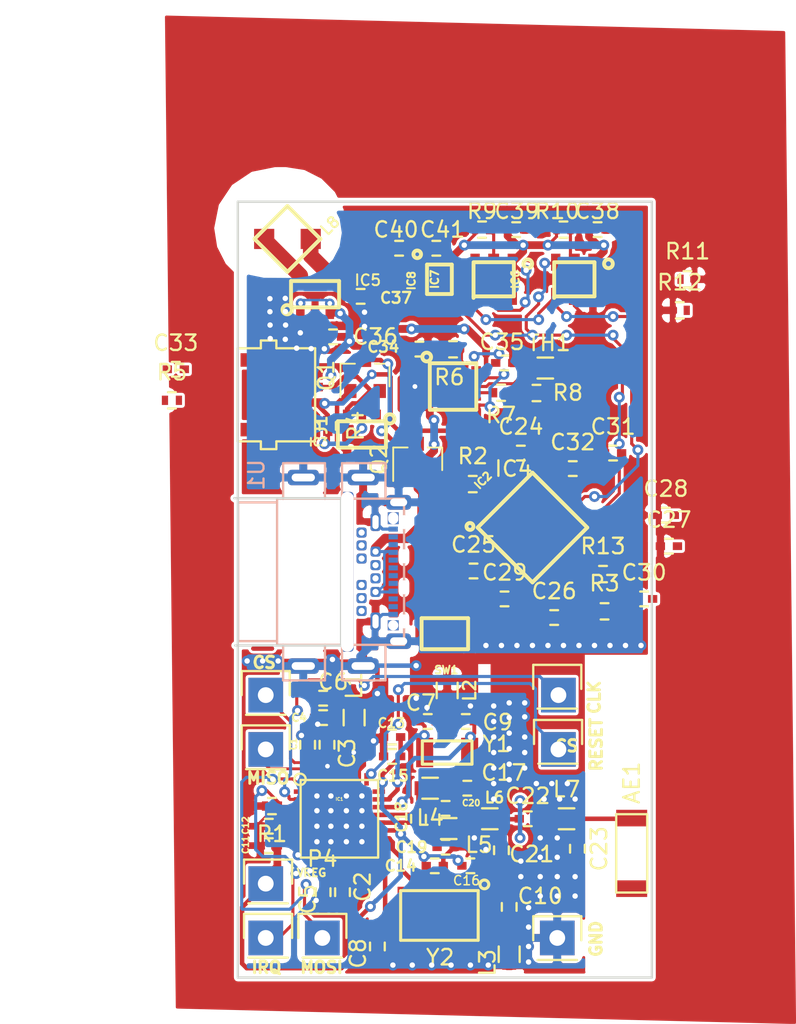
<source format=kicad_pcb>
(kicad_pcb (version 20160815) (host pcbnew "(2016-12-07 revision 3d89fb6)-master")
  (layers (0 F.Cu signal) (31 B.Cu signal) (34 B.Paste user) (35 F.Paste user) (36 B.SilkS user) (37 F.SilkS user) (38 B.Mask user) (39 F.Mask user) (44 Edge.Cuts user))
  (net 0 "")
  (net 1 GND)
  (net 2 VREG)
  (net 3 "Net-(IC1-Pad6)")
  (net 4 "Net-(IC1-Pad7)")
  (net 5 "Net-(C8-Pad1)")
  (net 6 "Net-(C9-Pad2)")
  (net 7 "Net-(C7-Pad2)")
  (net 8 "Net-(C1-Pad2)")
  (net 9 "Net-(C4-Pad2)")
  (net 10 "Net-(IC1-Pad26)")
  (net 11 BNRG_RESET)
  (net 12 "Net-(C2-Pad1)")
  (net 13 "Net-(IC1-Pad13)")
  (net 14 "Net-(IC1-Pad14)")
  (net 15 "Net-(IC1-Pad15)")
  (net 16 "Net-(IC1-Pad16)")
  (net 17 ANT)
  (net 18 "Net-(C6-Pad2)")
  (net 19 "Net-(C7-Pad1)")
  (net 20 "Net-(C10-Pad2)")
  (net 21 "Net-(C10-Pad1)")
  (net 22 "Net-(C18-Pad1)")
  (net 23 "Net-(C18-Pad2)")
  (net 24 "Net-(C22-Pad1)")
  (net 25 "Net-(C20-Pad1)")
  (net 26 "Net-(C21-Pad1)")
  (net 27 "Net-(C17-Pad2)")
  (net 28 "Net-(AE1-Pad2)")
  (net 29 BNRG_SPI_IRQ)
  (net 30 BNRG_SPI_CS)
  (net 31 SPI_MISO)
  (net 32 SPI_CLK)
  (net 33 SPI_MOSI)
  (net 34 "Net-(IC2-Pad7)")
  (net 35 "Net-(IC2-Pad8)")
  (net 36 "Net-(IC2-Pad10)")
  (net 37 "Net-(IC2-Pad11)")
  (net 38 I2C_SDA)
  (net 39 I2C_SCL)
  (net 40 "Net-(C30-Pad2)")
  (net 41 "Net-(IC2-Pad17)")
  (net 42 "Net-(IC2-Pad18)")
  (net 43 "Net-(IC2-Pad24)")
  (net 44 SWDIO)
  (net 45 SWCLK)
  (net 46 "Net-(IC2-Pad0)")
  (net 47 "Net-(IC3-Pad1)")
  (net 48 "Net-(C33-Pad2)")
  (net 49 BAT-)
  (net 50 "Net-(IC3-Pad4)")
  (net 51 "Net-(IC3-Pad5)")
  (net 52 PSTAT2)
  (net 53 VUSB)
  (net 54 PSTAT1)
  (net 55 "Net-(IC4-Pad1)")
  (net 56 "Net-(C35-Pad2)")
  (net 57 VLOAD)
  (net 58 BAT+)
  (net 59 "Net-(IC4-Pad11)")
  (net 60 "Net-(IC4-Pad10)")
  (net 61 "Net-(IC4-Pad9)")
  (net 62 "Net-(Q1-Pad3)")
  (net 63 "Net-(IC5-Pad5)")
  (net 64 LVREG)
  (net 65 "Net-(IC7-Pad6)")
  (net 66 "Net-(IC6-Pad6)")
  (net 67 "Net-(U1-PadA2)")
  (net 68 "Net-(U1-PadA3)")
  (net 69 "Net-(U1-PadA6)")
  (net 70 "Net-(U1-PadA7)")
  (net 71 "Net-(U1-PadA8)")
  (net 72 "Net-(U1-PadA10)")
  (net 73 "Net-(U1-PadA11)")
  (net 74 "Net-(U1-PadB3)")
  (net 75 "Net-(U1-PadB2)")
  (net 76 "Net-(U1-PadB8)")
  (net 77 "Net-(U1-PadB10)")
  (net 78 "Net-(U1-PadB11)")
  (net 79 "Net-(R12-Pad2)")
  (net 80 "Net-(R11-Pad1)")
  (net 81 MAINBUTTON)
  (net 82 "Net-(R13-Pad1)")
  (net 83 LDOEN)
  (net 84 "Net-(IC8-Pad4)")
  (module Capacitors_SMD:C_0402 (layer F.Cu) (at 86.4 28)
    (fp_text reference C40 (at -0.2 -1.2) (layer F.SilkS))
    (fp_text value u47)
    (pad 1 smd rect (at -0.55 0) (size 0.6 0.5) (layers F.Cu F.Paste F.Mask) (net 1 GND))
    (pad 2 smd rect (at 0.55 0) (size 0.6 0.5) (layers F.Cu F.Paste F.Mask) (net 2 VREG))
  )
  (module Capacitors_SMD:C_0402 (layer F.Cu) (at 88.8 28 180)
    (fp_text reference C41 (at -0.4 1.2 180) (layer F.SilkS))
    (fp_text value u47)
    (pad 2 smd rect (at 0.55 0 180) (size 0.6 0.5) (layers F.Cu F.Paste F.Mask) (net 1 GND))
    (pad 1 smd rect (at -0.55 0 180) (size 0.6 0.5) (layers F.Cu F.Paste F.Mask) (net 64 LVREG))
  )
  (module newlightmeter:SSOP5 (layer F.Cu) (at 89 30 270)
    (fp_text reference IC8 (at 0.09 1.81 270) (layer F.SilkS) (effects (font (size 0.5 0.5) (thickness 0.125))))
    (fp_text value BU32TD3WG-TR)
    (pad 1 smd rect (at -0.95 0.7 270) (size 0.6 0.8) (layers F.Cu F.Paste F.Mask) (net 2 VREG))
    (pad 2 smd rect (at 0 0.7 270) (size 0.6 0.8) (layers F.Cu F.Paste F.Mask) (net 1 GND))
    (pad 3 smd rect (at 0.95 0.7 270) (size 0.6 0.8) (layers F.Cu F.Paste F.Mask) (net 83 LDOEN))
    (pad 4 smd rect (at 0.95 -0.7 270) (size 0.6 0.8) (layers F.Cu F.Paste F.Mask) (net 84 "Net-(IC8-Pad4)"))
    (pad 5 smd rect (at -0.95 -0.7 270) (size 0.6 0.8) (layers F.Cu F.Paste F.Mask) (net 64 LVREG))
  )
  (module newlightmeter:503763-0291 (layer F.Cu) (at 80.985 37.445 90)
    (fp_text reference J1 (at -1.955 0.415 90) (layer F.SilkS) (effects (font (size 0.7 0.7))))
    (fp_text value Screw_Terminal_1x02)
    (pad 1 smd rect (at -0.5 0 90) (size 0.55 1) (layers F.Cu F.Paste F.Mask) (net 58 BAT+))
    (pad 2 smd rect (at 0.5 0 90) (size 0.55 1) (layers F.Cu F.Paste F.Mask) (net 49 BAT-))
    (pad ~ smd rect (at -2.245 -4.185 90) (size 0.87 1.25) (layers F.Cu F.Paste F.Mask))
    (pad ~ smd rect (at 2.245 -4.185 90) (size 0.87 1.25) (layers F.Cu F.Paste F.Mask))
  )
  (module Capacitors_SMD:C_0402 (layer F.Cu) (at 82.14 33.71 180)
    (fp_text reference C36 (at -2.74 0.01 180) (layer F.SilkS))
    (fp_text value 4u7)
    (pad 2 smd rect (at 0.55 0 180) (size 0.6 0.5) (layers F.Cu F.Paste F.Mask) (net 1 GND))
    (pad 1 smd rect (at -0.55 0 180) (size 0.6 0.5) (layers F.Cu F.Paste F.Mask) (net 57 VLOAD))
  )
  (module newlightmeter:2129691-1 (layer B.Cu) (at 86.02 48.85 90)
    (fp_text reference U1 (at 6.25 -8.82 90) (layer B.SilkS) (effects (justify mirror)))
    (fp_text value USB-C)
    (pad "" np_thru_hole oval (at 3.2 0.69 90) (size 0.9 0.35) (drill oval 0.9 0.35) (layers *.Cu *.Mask))
    (pad "" np_thru_hole oval (at 1 0.69 90) (size 0.9 0.35) (drill oval 0.9 0.35) (layers *.Cu *.Mask))
    (pad "" np_thru_hole oval (at -1 0.69 90) (size 0.9 0.35) (drill oval 0.9 0.35) (layers *.Cu *.Mask))
    (pad "" np_thru_hole oval (at -3.2 0.69 90) (size 0.9 0.35) (drill oval 0.9 0.35) (layers *.Cu *.Mask))
    (pad B9 thru_hole roundrect (at -1.3 -1.14 90) (size 0.65 0.65) (drill 0.4) (layers *.Cu *.Mask) (net 53 VUSB))
    (pad B4 thru_hole roundrect (at 1.3 -1.14 90) (size 0.65 0.65) (drill 0.4) (layers *.Cu *.Mask) (net 53 VUSB))
    (pad B6 thru_hole roundrect (at 0.425 -1.14 90) (size 0.65 0.65) (drill 0.4) (layers *.Cu *.Mask) (net 69 "Net-(U1-PadA6)"))
    (pad B11 thru_hole roundrect (at -2.525 -2.04 90) (size 0.65 0.65) (drill 0.4) (layers *.Cu *.Mask) (net 78 "Net-(U1-PadB11)"))
    (pad B10 thru_hole roundrect (at -1.7 -2.04 90) (size 0.65 0.65) (drill 0.4) (layers *.Cu *.Mask) (net 77 "Net-(U1-PadB10)"))
    (pad B8 thru_hole roundrect (at -0.85 -2.04 90) (size 0.65 0.65) (drill 0.4) (layers *.Cu *.Mask) (net 76 "Net-(U1-PadB8)"))
    (pad B2 thru_hole roundrect (at 2.525 -2.04 90) (size 0.65 0.65) (drill 0.4) (layers *.Cu *.Mask) (net 75 "Net-(U1-PadB2)"))
    (pad B3 thru_hole roundrect (at 1.7 -2.04 90) (size 0.65 0.65) (drill 0.4) (layers *.Cu *.Mask) (net 74 "Net-(U1-PadB3)"))
    (pad B5 thru_hole roundrect (at 0.85 -2.04 90) (size 0.65 0.65) (drill 0.4) (layers *.Cu *.Mask) (net 79 "Net-(R12-Pad2)"))
    (pad B7 thru_hole roundrect (at -0.425 -1.14 90) (size 0.65 0.65) (drill 0.4) (layers *.Cu *.Mask) (net 70 "Net-(U1-PadA7)"))
    (pad "" np_thru_hole roundrect (at 0 -2.96 90) (size 10.3 0.8) (drill oval 10.3 0.8) (layers *.Cu *.Mask))
    (pad S4 thru_hole roundrect (at 6.075 -5.8 90) (size 1 2) (drill oval 0.5 1.5) (layers *.Cu *.Mask) (net 1 GND))
    (pad S5 thru_hole roundrect (at -6.075 -5.8 90) (size 1 2) (drill oval 0.5 1.5) (layers *.Cu *.Mask) (net 1 GND))
    (pad S3 thru_hole roundrect (at 6.075 -1.94 90) (size 1 2) (drill oval 0.5 1.5) (layers *.Cu *.Mask) (net 1 GND))
    (pad S6 thru_hole roundrect (at -6.075 -1.94 90) (size 1 2) (drill oval 0.5 1.5) (layers *.Cu *.Mask) (net 1 GND))
    (pad B1 thru_hole roundrect (at 3.2 -1.14 90) (size 1.15 0.65) (drill oval 0.9 0.4) (layers *.Cu *.Mask) (net 1 GND))
    (pad B12 thru_hole roundrect (at -3.2 -1.14 90) (size 1.15 0.65) (drill oval 0.9 0.4) (layers *.Cu *.Mask) (net 1 GND))
    (pad S2 thru_hole roundrect (at 4.475 0.35 90) (size 0.95 1.6) (drill oval 0.5 1.1) (layers *.Cu *.Mask) (net 1 GND))
    (pad S1 thru_hole roundrect (at -4.475 0.35 90) (size 1 1.6) (drill oval 0.5 1.1) (layers *.Cu *.Mask) (net 1 GND))
    (pad "" np_thru_hole rect (at 3.45 0 90) (size 0.765 0.7) (drill oval 0.765 0.65) (layers *.Cu *.Mask))
    (pad "" np_thru_hole rect (at -3.45 0 90) (size 0.65 0.7) (drill 0.65) (layers *.Cu *.Mask))
    (pad A12 smd rect (at 2.75 0 90) (size 0.32 0.6) (layers B.Cu B.Paste B.Mask) (net 1 GND))
    (pad A11 smd rect (at 2.25 0 90) (size 0.3275 0.6) (layers B.Cu B.Paste B.Mask) (net 73 "Net-(U1-PadA11)"))
    (pad A10 smd rect (at 1.75 0 90) (size 0.3275 0.6) (layers B.Cu B.Paste B.Mask) (net 72 "Net-(U1-PadA10)"))
    (pad A9 smd rect (at 1.25 0 90) (size 0.3275 0.6) (layers B.Cu B.Paste B.Mask) (net 53 VUSB))
    (pad A8 smd rect (at 0.75 0 90) (size 0.3275 0.6) (layers B.Cu B.Paste B.Mask) (net 71 "Net-(U1-PadA8)"))
    (pad A7 smd rect (at 0.25 0 90) (size 0.3275 0.6) (layers B.Cu B.Paste B.Mask) (net 70 "Net-(U1-PadA7)"))
    (pad A6 smd rect (at -0.25 0 90) (size 0.3275 0.6) (layers B.Cu B.Paste B.Mask) (net 69 "Net-(U1-PadA6)"))
    (pad A5 smd rect (at -0.75 0 90) (size 0.3275 0.6) (layers B.Cu B.Paste B.Mask) (net 80 "Net-(R11-Pad1)"))
    (pad A4 smd rect (at -1.25 0 90) (size 0.3275 0.6) (layers B.Cu B.Paste B.Mask) (net 53 VUSB))
    (pad A3 smd rect (at -1.75 0 90) (size 0.3275 0.6) (layers B.Cu B.Paste B.Mask) (net 68 "Net-(U1-PadA3)"))
    (pad A2 smd rect (at -2.25 0 90) (size 0.3275 0.6) (layers B.Cu B.Paste B.Mask) (net 67 "Net-(U1-PadA2)"))
    (pad A1 smd rect (at -2.75 0 90) (size 0.3275 0.6) (layers B.Cu B.Paste B.Mask) (net 1 GND))
  )
  (module newlightmeter:KXT131LHS (layer F.Cu) (at 89.35 52.84)
    (fp_text reference SW1 (at 0.09 2.34) (layer F.SilkS) (effects (font (size 0.5 0.5) (thickness 0.125))))
    (fp_text value SW_Push)
    (pad 1 smd rect (at -1.6 0) (size 0.6 1.5) (layers F.Cu F.Paste F.Mask) (net 82 "Net-(R13-Pad1)"))
    (pad 2 smd rect (at 1.6 0) (size 0.6 1.5) (layers F.Cu F.Paste F.Mask) (net 1 GND))
  )
  (module Resistors_SMD:R_0402 (layer F.Cu) (at 99.55 49)
    (fp_text reference R13 (at 0 -1.8) (layer F.SilkS))
    (fp_text value 1k)
    (pad 2 smd rect (at 0.45 0) (size 0.4 0.6) (layers F.Cu F.Paste F.Mask) (net 81 MAINBUTTON))
    (pad 1 smd rect (at -0.45 0) (size 0.4 0.6) (layers F.Cu F.Paste F.Mask) (net 82 "Net-(R13-Pad1)"))
  )
  (module Resistors_SMD:R_0402 (layer F.Cu) (at 105 30)
    (fp_text reference R11 (at 0 -1.8) (layer F.SilkS))
    (fp_text value 5k1)
    (pad 1 smd rect (at -0.45 0) (size 0.4 0.6) (layers F.Cu F.Paste F.Mask) (net 80 "Net-(R11-Pad1)"))
    (pad 2 smd rect (at 0.45 0) (size 0.4 0.6) (layers F.Cu F.Paste F.Mask) (net 1 GND))
  )
  (module Resistors_SMD:R_0402 (layer F.Cu) (at 104.5 32)
    (fp_text reference R12 (at 0 -1.8) (layer F.SilkS))
    (fp_text value 5k1)
    (pad 2 smd rect (at 0.45 0) (size 0.4 0.6) (layers F.Cu F.Paste F.Mask) (net 79 "Net-(R12-Pad2)"))
    (pad 1 smd rect (at -0.45 0) (size 0.4 0.6) (layers F.Cu F.Paste F.Mask) (net 1 GND))
  )
  (module Capacitors_SMD:C_0402 (layer F.Cu) (at 93.95 26.8)
    (fp_text reference C39 (at 0.05 -1.2) (layer F.SilkS))
    (fp_text value u1)
    (pad 2 smd rect (at 0.55 0) (size 0.6 0.5) (layers F.Cu F.Paste F.Mask) (net 1 GND))
    (pad 1 smd rect (at -0.55 0) (size 0.6 0.5) (layers F.Cu F.Paste F.Mask) (net 64 LVREG))
  )
  (module Capacitors_SMD:C_0402 (layer F.Cu) (at 99.2 26.8)
    (fp_text reference C38 (at 0 -1.2) (layer F.SilkS))
    (fp_text value u1)
    (pad 2 smd rect (at 0.55 0) (size 0.6 0.5) (layers F.Cu F.Paste F.Mask) (net 1 GND))
    (pad 1 smd rect (at -0.55 0) (size 0.6 0.5) (layers F.Cu F.Paste F.Mask) (net 64 LVREG))
  )
  (module Resistors_SMD:R_0402 (layer F.Cu) (at 91.75 26.8 180)
    (fp_text reference R9 (at 0 1.2 180) (layer F.SilkS))
    (fp_text value 10k)
    (pad 1 smd rect (at -0.45 0 180) (size 0.4 0.6) (layers F.Cu F.Paste F.Mask) (net 65 "Net-(IC7-Pad6)"))
    (pad 2 smd rect (at 0.45 0 180) (size 0.4 0.6) (layers F.Cu F.Paste F.Mask) (net 64 LVREG))
  )
  (module Resistors_SMD:R_0402 (layer F.Cu) (at 97 26.8 180)
    (fp_text reference R10 (at 0.4 1.2 180) (layer F.SilkS))
    (fp_text value 10k)
    (pad 2 smd rect (at 0.45 0 180) (size 0.4 0.6) (layers F.Cu F.Paste F.Mask) (net 64 LVREG))
    (pad 1 smd rect (at -0.45 0 180) (size 0.4 0.6) (layers F.Cu F.Paste F.Mask) (net 66 "Net-(IC6-Pad6)"))
  )
  (module newlightmeter:APDS-9303 (layer F.Cu) (at 97.7 30 270)
    (fp_text reference IC6 (at 0 3.8 270) (layer F.SilkS) (effects (font (size 0.5 0.5) (thickness 0.125))))
    (fp_text value APDS-9303)
    (pad 2 smd rect (at 1.1 -1.2 270) (size 1.1 0.6) (layers F.Cu F.Paste F.Mask) (net 1 GND))
    (pad 3 smd rect (at 1.1 0 270) (size 1.1 0.7) (layers F.Cu F.Paste F.Mask) (net 1 GND))
    (pad 4 smd rect (at 1.1 1.2 270) (size 1.1 0.6) (layers F.Cu F.Paste F.Mask) (net 39 I2C_SCL))
    (pad 5 smd rect (at -1.1 1.2 270) (size 1.1 0.6) (layers F.Cu F.Paste F.Mask) (net 38 I2C_SDA))
    (pad 6 smd rect (at -1.1 0 270) (size 1.1 0.7) (layers F.Cu F.Paste F.Mask) (net 66 "Net-(IC6-Pad6)"))
    (pad 1 smd rect (at -1.1 -1.2 270) (size 1.1 0.6) (layers F.Cu F.Paste F.Mask) (net 64 LVREG))
  )
  (module newlightmeter:APDS-9303 (layer F.Cu) (at 92.5 30 270)
    (fp_text reference IC7 (at 0 3.8 270) (layer F.SilkS) (effects (font (size 0.5 0.5) (thickness 0.125))))
    (fp_text value APDS-9303)
    (pad 1 smd rect (at -1.1 -1.2 270) (size 1.1 0.6) (layers F.Cu F.Paste F.Mask) (net 64 LVREG))
    (pad 6 smd rect (at -1.1 0 270) (size 1.1 0.7) (layers F.Cu F.Paste F.Mask) (net 65 "Net-(IC7-Pad6)"))
    (pad 5 smd rect (at -1.1 1.2 270) (size 1.1 0.6) (layers F.Cu F.Paste F.Mask) (net 38 I2C_SDA))
    (pad 4 smd rect (at 1.1 1.2 270) (size 1.1 0.6) (layers F.Cu F.Paste F.Mask) (net 39 I2C_SCL))
    (pad 3 smd rect (at 1.1 0 270) (size 1.1 0.7) (layers F.Cu F.Paste F.Mask) (net 64 LVREG))
    (pad 2 smd rect (at 1.1 -1.2 270) (size 1.1 0.6) (layers F.Cu F.Paste F.Mask) (net 1 GND))
  )
  (module newlightmeter:SOT25 (layer F.Cu) (at 80.98 30.96)
    (fp_text reference IC5 (at 3.4 -0.9) (layer F.SilkS) (effects (font (size 0.7 0.7) (thickness 0.125))))
    (fp_text value LM3670)
    (pad 1 smd rect (at -0.95 1.2) (size 0.55 0.8) (layers F.Cu F.Paste F.Mask) (net 57 VLOAD))
    (pad 2 smd rect (at 0 1.2) (size 0.55 0.8) (layers F.Cu F.Paste F.Mask) (net 1 GND))
    (pad 3 smd rect (at 0.95 1.2) (size 0.55 0.8) (layers F.Cu F.Paste F.Mask) (net 57 VLOAD))
    (pad 4 smd rect (at 0.95 -1.2) (size 0.55 0.8) (layers F.Cu F.Paste F.Mask) (net 2 VREG))
    (pad 5 smd rect (at -0.95 -1.2) (size 0.55 0.8) (layers F.Cu F.Paste F.Mask) (net 63 "Net-(IC5-Pad5)"))
  )
  (module Capacitors_SMD:C_0402 (layer F.Cu) (at 83.92 31.1 180)
    (fp_text reference C37 (at -2.28 -0.1 180) (layer F.SilkS) (effects (font (size 0.7 0.7))))
    (fp_text value 10u)
    (pad 2 smd rect (at 0.55 0 180) (size 0.6 0.5) (layers F.Cu F.Paste F.Mask) (net 2 VREG))
    (pad 1 smd rect (at -0.55 0 180) (size 0.6 0.5) (layers F.Cu F.Paste F.Mask) (net 1 GND))
  )
  (module newlightmeter:CDRH2D14 (layer F.Cu) (at 79.2 27.4 45)
    (fp_text reference L8 (at 2.552655 1.336432 45) (layer F.SilkS) (effects (font (size 0.7 0.7) (thickness 0.125))))
    (fp_text value 10u)
    (pad 1 smd rect (at -1.061 -1.061 90) (size 1.3 1.3) (layers F.Cu F.Paste F.Mask) (net 63 "Net-(IC5-Pad5)"))
    (pad 2 smd rect (at 1.061 1.061 90) (size 1.3 1.3) (layers F.Cu F.Paste F.Mask) (net 2 VREG))
  )
  (module Capacitors_SMD:C_0402 (layer F.Cu) (at 87.71 34.5 180)
    (fp_text reference C34 (at 2.33 0.14 180) (layer F.SilkS) (effects (font (size 0.7 0.7))))
    (fp_text value 1u)
    (pad 2 smd rect (at 0.55 0 180) (size 0.6 0.5) (layers F.Cu F.Paste F.Mask) (net 53 VUSB))
    (pad 1 smd rect (at -0.55 0 180) (size 0.6 0.5) (layers F.Cu F.Paste F.Mask) (net 1 GND))
  )
  (module Capacitors_SMD:C_0402 (layer F.Cu) (at 93.18 35.39 180)
    (fp_text reference C35 (at 0.15 1.35 180) (layer F.SilkS))
    (fp_text value u1)
    (pad 2 smd rect (at 0.55 0 180) (size 0.6 0.5) (layers F.Cu F.Paste F.Mask) (net 56 "Net-(C35-Pad2)"))
    (pad 1 smd rect (at -0.55 0 180) (size 0.6 0.5) (layers F.Cu F.Paste F.Mask) (net 1 GND))
  )
  (module Capacitors_SMD:C_0402 (layer F.Cu) (at 72 35.8)
    (fp_text reference C33 (at 0 -1.7) (layer F.SilkS))
    (fp_text value 100n)
    (pad 2 smd rect (at 0.55 0) (size 0.6 0.5) (layers F.Cu F.Paste F.Mask) (net 48 "Net-(C33-Pad2)"))
    (pad 1 smd rect (at -0.55 0) (size 0.6 0.5) (layers F.Cu F.Paste F.Mask) (net 49 BAT-))
  )
  (module Resistors_SMD:R_0402 (layer F.Cu) (at 81.8 39.45 270)
    (fp_text reference R4 (at 0 -1.8 270) (layer F.SilkS))
    (fp_text value 390)
    (pad 2 smd rect (at 0.45 0 270) (size 0.4 0.6) (layers F.Cu F.Paste F.Mask) (net 48 "Net-(C33-Pad2)"))
    (pad 1 smd rect (at -0.45 0 270) (size 0.4 0.6) (layers F.Cu F.Paste F.Mask) (net 58 BAT+))
  )
  (module Resistors_SMD:R_0402 (layer F.Cu) (at 71.75 37.8)
    (fp_text reference R5 (at 0 -1.8) (layer F.SilkS))
    (fp_text value 2k7)
    (pad 1 smd rect (at -0.45 0) (size 0.4 0.6) (layers F.Cu F.Paste F.Mask) (net 1 GND))
    (pad 2 smd rect (at 0.45 0) (size 0.4 0.6) (layers F.Cu F.Paste F.Mask) (net 47 "Net-(IC3-Pad1)"))
  )
  (module Resistors_SMD:R_0402 (layer F.Cu) (at 89.88 34.51 180)
    (fp_text reference R6 (at 0.24 -1.8 180) (layer F.SilkS))
    (fp_text value 2M7%)
    (pad 2 smd rect (at 0.45 0 180) (size 0.4 0.6) (layers F.Cu F.Paste F.Mask) (net 55 "Net-(IC4-Pad1)"))
    (pad 1 smd rect (at -0.45 0 180) (size 0.4 0.6) (layers F.Cu F.Paste F.Mask) (net 1 GND))
  )
  (module Resistors_SMD:R_0402 (layer F.Cu) (at 92.98 37.31 180)
    (fp_text reference R7 (at 0.01 -1.45 180) (layer F.SilkS))
    (fp_text value 1M6%)
    (pad 1 smd rect (at -0.45 0 180) (size 0.4 0.6) (layers F.Cu F.Paste F.Mask) (net 1 GND))
    (pad 2 smd rect (at 0.45 0 180) (size 0.4 0.6) (layers F.Cu F.Paste F.Mask) (net 60 "Net-(IC4-Pad10)"))
  )
  (module Resistors_SMD:R_0402 (layer F.Cu) (at 95.26 37.33 180)
    (fp_text reference R8 (at -2.02 0.02 180) (layer F.SilkS))
    (fp_text value 10k)
    (pad 2 smd rect (at 0.45 0 180) (size 0.4 0.6) (layers F.Cu F.Paste F.Mask) (net 59 "Net-(IC4-Pad11)"))
    (pad 1 smd rect (at -0.45 0 180) (size 0.4 0.6) (layers F.Cu F.Paste F.Mask) (net 53 VUSB))
  )
  (module Resistors_SMD:R_0603 (layer F.Cu) (at 95.83 35.72 180)
    (fp_text reference TH1 (at -0.25 1.61 180) (layer F.SilkS))
    (fp_text value 10k)
    (pad 2 smd rect (at 0.75 0 180) (size 0.5 0.9) (layers F.Cu F.Paste F.Mask) (net 59 "Net-(IC4-Pad11)"))
    (pad 1 smd rect (at -0.75 0 180) (size 0.5 0.9) (layers F.Cu F.Paste F.Mask) (net 1 GND))
  )
  (module TO_SOT_Packages_SMD:SOT-23 (layer F.Cu) (at 84.2 36.2 90)
    (fp_text reference Q1 (at 0 -2.5 90) (layer F.SilkS))
    (fp_text value NCHANNELMOSFET)
    (pad 1 smd rect (at -1 -0.95 90) (size 0.9 0.8) (layers F.Cu F.Paste F.Mask) (net 50 "Net-(IC3-Pad4)"))
    (pad 2 smd rect (at -1 0.95 90) (size 0.9 0.8) (layers F.Cu F.Paste F.Mask) (net 49 BAT-))
    (pad 3 smd rect (at 1 0 90) (size 0.9 0.8) (layers F.Cu F.Paste F.Mask) (net 62 "Net-(Q1-Pad3)"))
  )
  (module TO_SOT_Packages_SMD:SOT-23 (layer F.Cu) (at 87.6 41.6 90)
    (fp_text reference Q2 (at 0 -2.5 90) (layer F.SilkS))
    (fp_text value NCHANNELMOSFET)
    (pad 3 smd rect (at 1 0 90) (size 0.9 0.8) (layers F.Cu F.Paste F.Mask) (net 62 "Net-(Q1-Pad3)"))
    (pad 2 smd rect (at -1 0.95 90) (size 0.9 0.8) (layers F.Cu F.Paste F.Mask) (net 1 GND))
    (pad 1 smd rect (at -1 -0.95 90) (size 0.9 0.8) (layers F.Cu F.Paste F.Mask) (net 51 "Net-(IC3-Pad5)"))
  )
  (module newlightmeter:AAT3672IWO (layer F.Cu) (at 89.88 36.91)
    (fp_text reference IC4 (at 3.9 5.3) (layer F.SilkS))
    (fp_text value AAT3672IWO-4.2-1)
    (pad 4 smd rect (at -1.4875 0 90) (size 0.225 0.625) (layers F.Cu F.Paste F.Mask) (net 1 GND))
    (pad 5 smd rect (at -1.4875 0.4 90) (size 0.225 0.625) (layers F.Cu F.Paste F.Mask) (net 52 PSTAT2))
    (pad 6 smd rect (at -1.4875 0.8 90) (size 0.225 0.625) (layers F.Cu F.Paste F.Mask) (net 53 VUSB))
    (pad 7 smd rect (at -1.4875 1.2 90) (size 0.225 0.625) (layers F.Cu F.Paste F.Mask) (net 53 VUSB))
    (pad 3 smd rect (at -1.4875 -0.4 90) (size 0.225 0.625) (layers F.Cu F.Paste F.Mask) (net 54 PSTAT1))
    (pad 2 smd rect (at -1.4875 -0.8 90) (size 0.225 0.625) (layers F.Cu F.Paste F.Mask) (net 53 VUSB))
    (pad 1 smd rect (at -1.4875 -1.2 90) (size 0.225 0.625) (layers F.Cu F.Paste F.Mask) (net 55 "Net-(IC4-Pad1)"))
    (pad 14 smd rect (at 1.4875 -1.2 90) (size 0.225 0.625) (layers F.Cu F.Paste F.Mask) (net 56 "Net-(C35-Pad2)"))
    (pad 13 smd rect (at 1.4875 -0.8 90) (size 0.225 0.625) (layers F.Cu F.Paste F.Mask) (net 57 VLOAD))
    (pad 12 smd rect (at 1.4875 -0.4 90) (size 0.225 0.625) (layers F.Cu F.Paste F.Mask) (net 58 BAT+))
    (pad 11 smd rect (at 1.4875 0 90) (size 0.225 0.625) (layers F.Cu F.Paste F.Mask) (net 59 "Net-(IC4-Pad11)"))
    (pad 10 smd rect (at 1.4875 0.4 90) (size 0.225 0.625) (layers F.Cu F.Paste F.Mask) (net 60 "Net-(IC4-Pad10)"))
    (pad 9 smd rect (at 1.4875 0.8 90) (size 0.225 0.625) (layers F.Cu F.Paste F.Mask) (net 61 "Net-(IC4-Pad9)"))
    (pad 8 smd rect (at 1.4875 1.2 90) (size 0.225 0.625) (layers F.Cu F.Paste F.Mask) (net 58 BAT+))
  )
  (module newlightmeter:SOT25 (layer F.Cu) (at 84 40 180)
    (fp_text reference IC3 (at 2.8 -0.5 180) (layer F.SilkS) (effects (font (size 0.5 0.5) (thickness 0.125))))
    (fp_text value AP9101C)
    (pad 1 smd rect (at -0.95 1.2 180) (size 0.55 0.8) (layers F.Cu F.Paste F.Mask) (net 47 "Net-(IC3-Pad1)"))
    (pad 2 smd rect (at 0 1.2 180) (size 0.55 0.8) (layers F.Cu F.Paste F.Mask) (net 48 "Net-(C33-Pad2)"))
    (pad 3 smd rect (at 0.95 1.2 180) (size 0.55 0.8) (layers F.Cu F.Paste F.Mask) (net 49 BAT-))
    (pad 4 smd rect (at 0.95 -1.2 180) (size 0.55 0.8) (layers F.Cu F.Paste F.Mask) (net 50 "Net-(IC3-Pad4)"))
    (pad 5 smd rect (at -0.95 -1.2 180) (size 0.55 0.8) (layers F.Cu F.Paste F.Mask) (net 51 "Net-(IC3-Pad5)"))
  )
  (module Capacitors_SMD:C_0402 (layer F.Cu) (at 103.8 47.2)
    (fp_text reference C27 (at 0 -1.7) (layer F.SilkS))
    (fp_text value 10n)
    (pad 2 smd rect (at 0.55 0) (size 0.6 0.5) (layers F.Cu F.Paste F.Mask) (net 2 VREG))
    (pad 1 smd rect (at -0.55 0) (size 0.6 0.5) (layers F.Cu F.Paste F.Mask) (net 1 GND))
  )
  (module Capacitors_SMD:C_0402 (layer F.Cu) (at 97.6 42.2)
    (fp_text reference C32 (at 0 -1.7) (layer F.SilkS))
    (fp_text value u1)
    (pad 2 smd rect (at 0.55 0) (size 0.6 0.5) (layers F.Cu F.Paste F.Mask) (net 2 VREG))
    (pad 1 smd rect (at -0.55 0) (size 0.6 0.5) (layers F.Cu F.Paste F.Mask) (net 1 GND))
  )
  (module Capacitors_SMD:C_0402 (layer F.Cu) (at 100.2 41.2)
    (fp_text reference C31 (at 0 -1.7) (layer F.SilkS))
    (fp_text value 10u)
    (pad 1 smd rect (at -0.55 0) (size 0.6 0.5) (layers F.Cu F.Paste F.Mask) (net 1 GND))
    (pad 2 smd rect (at 0.55 0) (size 0.6 0.5) (layers F.Cu F.Paste F.Mask) (net 2 VREG))
  )
  (module Capacitors_SMD:C_0402 (layer F.Cu) (at 102.2 50.6)
    (fp_text reference C30 (at 0 -1.7) (layer F.SilkS))
    (fp_text value 1u)
    (pad 2 smd rect (at 0.55 0) (size 0.6 0.5) (layers F.Cu F.Paste F.Mask) (net 40 "Net-(C30-Pad2)"))
    (pad 1 smd rect (at -0.55 0) (size 0.6 0.5) (layers F.Cu F.Paste F.Mask) (net 1 GND))
  )
  (module Capacitors_SMD:C_0402 (layer F.Cu) (at 93.2 50.6)
    (fp_text reference C29 (at 0 -1.7) (layer F.SilkS))
    (fp_text value 10n)
    (pad 1 smd rect (at -0.55 0) (size 0.6 0.5) (layers F.Cu F.Paste F.Mask) (net 2 VREG))
    (pad 2 smd rect (at 0.55 0) (size 0.6 0.5) (layers F.Cu F.Paste F.Mask) (net 1 GND))
  )
  (module Capacitors_SMD:C_0402 (layer F.Cu) (at 103.6 45.2)
    (fp_text reference C28 (at 0 -1.7) (layer F.SilkS))
    (fp_text value 10u)
    (pad 2 smd rect (at 0.55 0) (size 0.6 0.5) (layers F.Cu F.Paste F.Mask) (net 2 VREG))
    (pad 1 smd rect (at -0.55 0) (size 0.6 0.5) (layers F.Cu F.Paste F.Mask) (net 1 GND))
  )
  (module Capacitors_SMD:C_0402 (layer F.Cu) (at 96.4 51.8)
    (fp_text reference C26 (at 0 -1.7) (layer F.SilkS))
    (fp_text value u1)
    (pad 2 smd rect (at 0.55 0) (size 0.6 0.5) (layers F.Cu F.Paste F.Mask) (net 1 GND))
    (pad 1 smd rect (at -0.55 0) (size 0.6 0.5) (layers F.Cu F.Paste F.Mask) (net 2 VREG))
  )
  (module Capacitors_SMD:C_0402 (layer F.Cu) (at 91.2 48.8)
    (fp_text reference C25 (at 0 -1.7) (layer F.SilkS))
    (fp_text value 10u)
    (pad 1 smd rect (at -0.55 0) (size 0.6 0.5) (layers F.Cu F.Paste F.Mask) (net 2 VREG))
    (pad 2 smd rect (at 0.55 0) (size 0.6 0.5) (layers F.Cu F.Paste F.Mask) (net 1 GND))
  )
  (module Capacitors_SMD:C_0402 (layer F.Cu) (at 94.25 41.2)
    (fp_text reference C24 (at 0 -1.7) (layer F.SilkS))
    (fp_text value u1)
    (pad 2 smd rect (at 0.55 0) (size 0.6 0.5) (layers F.Cu F.Paste F.Mask) (net 1 GND))
    (pad 1 smd rect (at -0.55 0) (size 0.6 0.5) (layers F.Cu F.Paste F.Mask) (net 2 VREG))
  )
  (module Resistors_SMD:R_0402 (layer F.Cu) (at 91.15 43.2)
    (fp_text reference R2 (at 0 -1.8) (layer F.SilkS))
    (fp_text value 4k7)
    (pad 1 smd rect (at -0.45 0) (size 0.4 0.6) (layers F.Cu F.Paste F.Mask) (net 2 VREG))
    (pad 2 smd rect (at 0.45 0) (size 0.4 0.6) (layers F.Cu F.Paste F.Mask) (net 38 I2C_SDA))
  )
  (module Resistors_SMD:R_0402 (layer F.Cu) (at 99.65 51.4)
    (fp_text reference R3 (at 0 -1.8) (layer F.SilkS))
    (fp_text value 4k7)
    (pad 2 smd rect (at 0.45 0) (size 0.4 0.6) (layers F.Cu F.Paste F.Mask) (net 39 I2C_SCL))
    (pad 1 smd rect (at -0.45 0) (size 0.4 0.6) (layers F.Cu F.Paste F.Mask) (net 2 VREG))
  )
  (module newlightmeter:QFN24 (layer F.Cu) (at 95 46 45)
    (fp_text reference IC2 (at -0.1 -4.4 45) (layer F.SilkS) (effects (font (size 0.5 0.5) (thickness 0.125))))
    (fp_text value EFM32ZG108)
    (pad 1 smd rect (at -2.5 -1.625 45) (size 0.8 0.3) (layers F.Cu F.Paste F.Mask) (net 29 BNRG_SPI_IRQ))
    (pad 2 smd rect (at -2.5 -0.975 45) (size 0.8 0.3) (layers F.Cu F.Paste F.Mask) (net 2 VREG))
    (pad 3 smd rect (at -2.5 -0.325 45) (size 0.8 0.3) (layers F.Cu F.Paste F.Mask) (net 33 SPI_MOSI))
    (pad 4 smd rect (at -2.5 0.325 45) (size 0.8 0.3) (layers F.Cu F.Paste F.Mask) (net 31 SPI_MISO))
    (pad 5 smd rect (at -2.5 0.975 45) (size 0.8 0.3) (layers F.Cu F.Paste F.Mask) (net 32 SPI_CLK))
    (pad 6 smd rect (at -2.5 1.625 45) (size 0.8 0.3) (layers F.Cu F.Paste F.Mask) (net 30 BNRG_SPI_CS))
    (pad 7 smd rect (at -1.625 2.5 135) (size 0.8 0.3) (layers F.Cu F.Paste F.Mask) (net 34 "Net-(IC2-Pad7)"))
    (pad 8 smd rect (at -0.975 2.5 135) (size 0.8 0.3) (layers F.Cu F.Paste F.Mask) (net 35 "Net-(IC2-Pad8)"))
    (pad 9 smd rect (at -0.325 2.5 135) (size 0.8 0.3) (layers F.Cu F.Paste F.Mask) (net 2 VREG))
    (pad 10 smd rect (at 0.325 2.5 135) (size 0.8 0.3) (layers F.Cu F.Paste F.Mask) (net 36 "Net-(IC2-Pad10)"))
    (pad 11 smd rect (at 0.975 2.5 135) (size 0.8 0.3) (layers F.Cu F.Paste F.Mask) (net 37 "Net-(IC2-Pad11)"))
    (pad 12 smd rect (at 1.625 2.5 135) (size 0.8 0.3) (layers F.Cu F.Paste F.Mask) (net 2 VREG))
    (pad 13 smd rect (at 2.5 1.625 45) (size 0.8 0.3) (layers F.Cu F.Paste F.Mask) (net 38 I2C_SDA))
    (pad 14 smd rect (at 2.5 0.975 45) (size 0.8 0.3) (layers F.Cu F.Paste F.Mask) (net 39 I2C_SCL))
    (pad 15 smd rect (at 2.5 0.325 45) (size 0.8 0.3) (layers F.Cu F.Paste F.Mask) (net 2 VREG))
    (pad 16 smd rect (at 2.5 -0.325 45) (size 0.8 0.3) (layers F.Cu F.Paste F.Mask) (net 40 "Net-(C30-Pad2)"))
    (pad 17 smd rect (at 2.5 -0.975 45) (size 0.8 0.3) (layers F.Cu F.Paste F.Mask) (net 41 "Net-(IC2-Pad17)"))
    (pad 18 smd rect (at 2.5 -1.625 45) (size 0.8 0.3) (layers F.Cu F.Paste F.Mask) (net 42 "Net-(IC2-Pad18)"))
    (pad 24 smd rect (at -1.625 -2.5 135) (size 0.8 0.3) (layers F.Cu F.Paste F.Mask) (net 43 "Net-(IC2-Pad24)"))
    (pad 23 smd rect (at -0.975 -2.5 135) (size 0.8 0.3) (layers F.Cu F.Paste F.Mask) (net 81 MAINBUTTON))
    (pad 22 smd rect (at -0.325 -2.5 135) (size 0.8 0.3) (layers F.Cu F.Paste F.Mask) (net 2 VREG))
    (pad 21 smd rect (at 0.325 -2.5 135) (size 0.8 0.3) (layers F.Cu F.Paste F.Mask) (net 83 LDOEN))
    (pad 20 smd rect (at 0.975 -2.5 135) (size 0.8 0.3) (layers F.Cu F.Paste F.Mask) (net 44 SWDIO))
    (pad 19 smd rect (at 1.625 -2.5 135) (size 0.8 0.3) (layers F.Cu F.Paste F.Mask) (net 45 SWCLK))
    (pad 0 smd rect (at 0 0 135) (size 3.65 3.65) (layers F.Cu F.Paste F.Mask) (net 46 "Net-(IC2-Pad0)"))
  )
  (module newlightmeter:QFN32 (layer F.Cu) (at 82.55 64.77)
    (fp_text reference IC1 (at 0 -1.27) (layer F.SilkS) (effects (font (size 0.2 0.2) (thickness 0.05))))
    (fp_text value BlueNRG)
    (pad 16 smd rect (at 1.75 2.54 90) (size 0.8 0.29) (layers F.Cu F.Paste F.Mask) (net 16 "Net-(IC1-Pad16)"))
    (pad 15 smd rect (at 1.25 2.54 90) (size 0.8 0.29) (layers F.Cu F.Paste F.Mask) (net 15 "Net-(IC1-Pad15)"))
    (pad 14 smd rect (at 0.75 2.54 90) (size 0.8 0.29) (layers F.Cu F.Paste F.Mask) (net 14 "Net-(IC1-Pad14)"))
    (pad 13 smd rect (at 0.25 2.54 90) (size 0.8 0.29) (layers F.Cu F.Paste F.Mask) (net 13 "Net-(IC1-Pad13)"))
    (pad 12 smd rect (at -0.25 2.54 90) (size 0.8 0.29) (layers F.Cu F.Paste F.Mask) (net 12 "Net-(C2-Pad1)"))
    (pad 11 smd rect (at -0.75 2.54 90) (size 0.8 0.29) (layers F.Cu F.Paste F.Mask) (net 1 GND))
    (pad 10 smd rect (at -1.25 2.54 90) (size 0.8 0.29) (layers F.Cu F.Paste F.Mask) (net 1 GND))
    (pad 9 smd rect (at -1.75 2.54 90) (size 0.8 0.29) (layers F.Cu F.Paste F.Mask) (net 1 GND))
    (pad 25 smd rect (at 1.75 -2.54 90) (size 0.8 0.29) (layers F.Cu F.Paste F.Mask) (net 11 BNRG_RESET))
    (pad 26 smd rect (at 1.25 -2.54 90) (size 0.8 0.29) (layers F.Cu F.Paste F.Mask) (net 10 "Net-(IC1-Pad26)"))
    (pad 27 smd rect (at 0.75 -2.54 90) (size 0.8 0.29) (layers F.Cu F.Paste F.Mask) (net 1 GND))
    (pad 28 smd rect (at 0.25 -2.54 90) (size 0.8 0.29) (layers F.Cu F.Paste F.Mask) (net 9 "Net-(C4-Pad2)"))
    (pad 29 smd rect (at -0.25 -2.54 90) (size 0.8 0.29) (layers F.Cu F.Paste F.Mask) (net 8 "Net-(C1-Pad2)"))
    (pad 30 smd rect (at -0.75 -2.54 90) (size 0.8 0.29) (layers F.Cu F.Paste F.Mask) (net 1 GND))
    (pad 31 smd rect (at -1.25 -2.54 90) (size 0.8 0.29) (layers F.Cu F.Paste F.Mask) (net 30 BNRG_SPI_CS))
    (pad 32 smd rect (at -1.75 -2.54 90) (size 0.8 0.29) (layers F.Cu F.Paste F.Mask) (net 31 SPI_MISO))
    (pad 24 smd rect (at 2.54 -1.75) (size 0.8 0.29) (layers F.Cu F.Paste F.Mask) (net 2 VREG))
    (pad 23 smd rect (at 2.54 -1.25) (size 0.8 0.29) (layers F.Cu F.Paste F.Mask) (net 7 "Net-(C7-Pad2)"))
    (pad 22 smd rect (at 2.54 -0.75) (size 0.8 0.29) (layers F.Cu F.Paste F.Mask) (net 6 "Net-(C9-Pad2)"))
    (pad 21 smd rect (at 2.54 -0.25) (size 0.8 0.29) (layers F.Cu F.Paste F.Mask) (net 22 "Net-(C18-Pad1)"))
    (pad 20 smd rect (at 2.54 0.25) (size 0.8 0.29) (layers F.Cu F.Paste F.Mask) (net 23 "Net-(C18-Pad2)"))
    (pad 19 smd rect (at 2.54 0.75) (size 0.8 0.29) (layers F.Cu F.Paste F.Mask) (net 2 VREG))
    (pad 18 smd rect (at 2.54 1.25) (size 0.8 0.29) (layers F.Cu F.Paste F.Mask) (net 21 "Net-(C10-Pad1)"))
    (pad 17 smd rect (at 2.54 1.75) (size 0.8 0.29) (layers F.Cu F.Paste F.Mask) (net 5 "Net-(C8-Pad1)"))
    (pad 8 smd rect (at -2.54 1.75) (size 0.8 0.29) (layers F.Cu F.Paste F.Mask) (net 1 GND))
    (pad 7 smd rect (at -2.54 1.25) (size 0.8 0.29) (layers F.Cu F.Paste F.Mask) (net 4 "Net-(IC1-Pad7)"))
    (pad 6 smd rect (at -2.54 0.75) (size 0.8 0.29) (layers F.Cu F.Paste F.Mask) (net 3 "Net-(IC1-Pad6)"))
    (pad 5 smd rect (at -2.54 0.25) (size 0.8 0.29) (layers F.Cu F.Paste F.Mask) (net 2 VREG))
    (pad 4 smd rect (at -2.54 -0.25) (size 0.8 0.29) (layers F.Cu F.Paste F.Mask) (net 1 GND))
    (pad 3 smd rect (at -2.54 -0.75) (size 0.8 0.29) (layers F.Cu F.Paste F.Mask) (net 29 BNRG_SPI_IRQ))
    (pad 2 smd rect (at -2.54 -1.25) (size 0.8 0.29) (layers F.Cu F.Paste F.Mask) (net 32 SPI_CLK))
    (pad 1 smd rect (at -2.54 -1.75) (size 0.8 0.29) (layers F.Cu F.Paste F.Mask) (net 33 SPI_MOSI))
    (pad 0 smd roundrect (at 0 0 90) (size 3.7 3.7) (layers F.Cu F.Paste F.Mask) (roundrect_rratio 0.03) (net 1 GND))
  )
  (module Pin_Headers:Pin_Header_Straight_1x01 (layer F.Cu) (at 96.6 56.4)
    (fp_text reference P2 hide)
    (fp_text value CONN_01X01)
    (pad 1 thru_hole rect (at 0.075 0.4) (size 2.2352 2.2352) (drill 1.016) (layers *.Cu *.Mask) (net 32 SPI_CLK))
  )
  (module Pin_Headers:Pin_Header_Straight_1x01 (layer F.Cu) (at 96.65 59.95)
    (fp_text reference P8 hide)
    (fp_text value CONN_01X01)
    (pad 1 thru_hole rect (at 0.025 0.35) (size 2.2352 2.2352) (drill 1.016) (layers *.Cu *.Mask) (net 11 BNRG_RESET))
  )
  (module Pin_Headers:Pin_Header_Straight_1x01 (layer F.Cu) (at 77.8 56.8)
    (fp_text reference P5 hide)
    (fp_text value CONN_01X01)
    (pad 1 thru_hole rect (at 0 0) (size 2.2352 2.2352) (drill 1.016) (layers *.Cu *.Mask) (net 30 BNRG_SPI_CS))
  )
  (module Pin_Headers:Pin_Header_Straight_1x01 (layer F.Cu) (at 77.95 68.95)
    (fp_text reference P1 hide)
    (fp_text value CONN_01X01)
    (pad 1 thru_hole rect (at -0.15 0) (size 2.2352 2.2352) (drill 1.016) (layers *.Cu *.Mask) (net 2 VREG))
  )
  (module Pin_Headers:Pin_Header_Straight_1x01 (layer F.Cu) (at 77.8 60.3)
    (fp_text reference P3 hide)
    (fp_text value CONN_01X01)
    (pad 1 thru_hole rect (at 0 0) (size 2.2352 2.2352) (drill 1.016) (layers *.Cu *.Mask) (net 31 SPI_MISO))
  )
  (module Pin_Headers:Pin_Header_Straight_1x01 (layer F.Cu) (at 81.45 72.45)
    (fp_text reference P4 (at 0 -5.1) (layer F.SilkS))
    (fp_text value CONN_01X01)
    (pad 1 thru_hole rect (at 0 0) (size 2.2352 2.2352) (drill 1.016) (layers *.Cu *.Mask) (net 33 SPI_MOSI))
  )
  (module Pin_Headers:Pin_Header_Straight_1x01 (layer F.Cu) (at 77.95 72.45)
    (fp_text reference P6 hide)
    (fp_text value CONN_01X01)
    (pad 1 thru_hole rect (at -0.15 0) (size 2.2352 2.2352) (drill 1.016) (layers *.Cu *.Mask) (net 29 BNRG_SPI_IRQ))
  )
  (module Pin_Headers:Pin_Header_Straight_1x01 (layer F.Cu) (at 96.6 72.6)
    (fp_text reference P7 hide)
    (fp_text value CONN_01X01)
    (pad 1 thru_hole rect (at 0 -0.15) (size 2.2352 2.2352) (drill 1.016) (layers *.Cu *.Mask) (net 1 GND))
  )
  (module newlightmeter:AN2051 (layer F.Cu) (at 101.4 67 270)
    (fp_text reference AE1 (at -4.55 0 270) (layer F.SilkS))
    (fp_text value Antenna_Dipole)
    (pad 1 smd rect (at -2.275 0 270) (size 1.07 2) (layers F.Cu F.Paste F.Mask) (net 17 ANT))
    (pad 2 smd rect (at 2.275 0 270) (size 1.07 2) (layers F.Cu F.Paste F.Mask) (net 28 "Net-(AE1-Pad2)"))
  )
  (module Capacitors_SMD:C_0402 (layer F.Cu) (at 89.4 66.6)
    (fp_text reference C19 (at -2.2 0) (layer F.SilkS) (effects (font (size 0.7 0.7))))
    (fp_text value 1p3)
    (pad 2 smd rect (at 0.55 0) (size 0.6 0.5) (layers F.Cu F.Paste F.Mask) (net 1 GND))
    (pad 1 smd rect (at -0.55 0) (size 0.6 0.5) (layers F.Cu F.Paste F.Mask) (net 23 "Net-(C18-Pad2)"))
  )
  (module Capacitors_SMD:C_0402 (layer F.Cu) (at 87.65 64.77 270)
    (fp_text reference C18 (at -0.12 1.1 270) (layer F.SilkS) (effects (font (size 0.7 0.7))))
    (fp_text value p5)
    (pad 1 smd rect (at -0.55 0 270) (size 0.6 0.5) (layers F.Cu F.Paste F.Mask) (net 22 "Net-(C18-Pad1)"))
    (pad 2 smd rect (at 0.55 0 270) (size 0.6 0.5) (layers F.Cu F.Paste F.Mask) (net 23 "Net-(C18-Pad2)"))
  )
  (module Capacitors_SMD:C_0402 (layer F.Cu) (at 97.9 66.7 270)
    (fp_text reference C23 (at 0 -1.4 270) (layer F.SilkS))
    (fp_text value p5)
    (pad 2 smd rect (at 0.55 0 270) (size 0.6 0.5) (layers F.Cu F.Paste F.Mask) (net 1 GND))
    (pad 1 smd rect (at -0.55 0 270) (size 0.6 0.5) (layers F.Cu F.Paste F.Mask) (net 17 ANT))
  )
  (module Capacitors_SMD:C_0402 (layer F.Cu) (at 94.7 64.77 180)
    (fp_text reference C22 (at 0 1.47 180) (layer F.SilkS))
    (fp_text value 56p)
    (pad 1 smd rect (at -0.55 0 180) (size 0.6 0.5) (layers F.Cu F.Paste F.Mask) (net 24 "Net-(C22-Pad1)"))
    (pad 2 smd rect (at 0.55 0 180) (size 0.6 0.5) (layers F.Cu F.Paste F.Mask) (net 26 "Net-(C21-Pad1)"))
  )
  (module Capacitors_SMD:C_0402 (layer F.Cu) (at 93 66.8 270)
    (fp_text reference C21 (at 0.25 -1.95) (layer F.SilkS))
    (fp_text value p5)
    (pad 2 smd rect (at 0.55 0 270) (size 0.6 0.5) (layers F.Cu F.Paste F.Mask) (net 1 GND))
    (pad 1 smd rect (at -0.55 0 270) (size 0.6 0.5) (layers F.Cu F.Paste F.Mask) (net 26 "Net-(C21-Pad1)"))
  )
  (module Capacitors_SMD:C_0402 (layer F.Cu) (at 89.4 64.1 180)
    (fp_text reference C20 (at -1.65 0.35 180) (layer F.SilkS) (effects (font (size 0.4 0.4) (thickness 0.1))))
    (fp_text value 1p3)
    (pad 2 smd rect (at 0.55 0 180) (size 0.6 0.5) (layers F.Cu F.Paste F.Mask) (net 22 "Net-(C18-Pad1)"))
    (pad 1 smd rect (at -0.55 0 180) (size 0.6 0.5) (layers F.Cu F.Paste F.Mask) (net 25 "Net-(C20-Pad1)"))
  )
  (module Capacitors_SMD:C_0402 (layer F.Cu) (at 90.8 62.8 180)
    (fp_text reference C17 (at -2.35 1 180) (layer F.SilkS))
    (fp_text value 56p)
    (pad 2 smd rect (at 0.55 0 180) (size 0.6 0.5) (layers F.Cu F.Paste F.Mask) (net 27 "Net-(C17-Pad2)"))
    (pad 1 smd rect (at -0.55 0 180) (size 0.6 0.5) (layers F.Cu F.Paste F.Mask) (net 1 GND))
  )
  (module Resistors_SMD:R_0603 (layer F.Cu) (at 88.4 62.8 180)
    (fp_text reference L4 (at 0 -1.9 180) (layer F.SilkS))
    (fp_text value 1n3)
    (pad 1 smd rect (at -0.75 0 180) (size 0.5 0.9) (layers F.Cu F.Paste F.Mask) (net 27 "Net-(C17-Pad2)"))
    (pad 2 smd rect (at 0.75 0 180) (size 0.5 0.9) (layers F.Cu F.Paste F.Mask) (net 22 "Net-(C18-Pad1)"))
  )
  (module Resistors_SMD:R_0603 (layer F.Cu) (at 89.6 65.4)
    (fp_text reference L5 (at 1.95 1.05) (layer F.SilkS))
    (fp_text value 2n4)
    (pad 2 smd rect (at 0.75 0) (size 0.5 0.9) (layers F.Cu F.Paste F.Mask) (net 25 "Net-(C20-Pad1)"))
    (pad 1 smd rect (at -0.75 0) (size 0.5 0.9) (layers F.Cu F.Paste F.Mask) (net 23 "Net-(C18-Pad2)"))
  )
  (module Resistors_SMD:R_0603 (layer F.Cu) (at 92.25 64.77)
    (fp_text reference L6 (at 0.3 -1.37) (layer F.SilkS) (effects (font (size 0.7 0.7))))
    (fp_text value 1n3)
    (pad 1 smd rect (at -0.75 0) (size 0.5 0.9) (layers F.Cu F.Paste F.Mask) (net 25 "Net-(C20-Pad1)"))
    (pad 2 smd rect (at 0.75 0) (size 0.5 0.9) (layers F.Cu F.Paste F.Mask) (net 26 "Net-(C21-Pad1)"))
  )
  (module Resistors_SMD:R_0603 (layer F.Cu) (at 97.2 64.77)
    (fp_text reference L7 (at 0 -1.9) (layer F.SilkS))
    (fp_text value 5n6)
    (pad 2 smd rect (at 0.75 0) (size 0.5 0.9) (layers F.Cu F.Paste F.Mask) (net 17 ANT))
    (pad 1 smd rect (at -0.75 0) (size 0.5 0.9) (layers F.Cu F.Paste F.Mask) (net 24 "Net-(C22-Pad1)"))
  )
  (module Capacitors_SMD:C_0402 (layer F.Cu) (at 91 67.8)
    (fp_text reference C16 (at -0.25 0.95) (layer F.SilkS) (effects (font (size 0.6 0.6) (thickness 0.1))))
    (fp_text value 1u)
    (pad 1 smd rect (at -0.55 0) (size 0.6 0.5) (layers F.Cu F.Paste F.Mask) (net 2 VREG))
    (pad 2 smd rect (at 0.55 0) (size 0.6 0.5) (layers F.Cu F.Paste F.Mask) (net 1 GND))
  )
  (module Capacitors_SMD:C_0402 (layer F.Cu) (at 85.95 60.75)
    (fp_text reference C15 (at 0.05 1.25) (layer F.SilkS) (effects (font (size 0.7 0.7))))
    (fp_text value 100n)
    (pad 2 smd rect (at 0.55 0) (size 0.6 0.5) (layers F.Cu F.Paste F.Mask) (net 2 VREG))
    (pad 1 smd rect (at -0.55 0) (size 0.6 0.5) (layers F.Cu F.Paste F.Mask) (net 1 GND))
  )
  (module Capacitors_SMD:C_0402 (layer F.Cu) (at 88.7 67.8)
    (fp_text reference C14 (at -2.2 0) (layer F.SilkS) (effects (font (size 0.7 0.7))))
    (fp_text value 100n)
    (pad 1 smd rect (at -0.55 0) (size 0.6 0.5) (layers F.Cu F.Paste F.Mask) (net 2 VREG))
    (pad 2 smd rect (at 0.55 0) (size 0.6 0.5) (layers F.Cu F.Paste F.Mask) (net 1 GND))
  )
  (module Capacitors_SMD:C_0402 (layer F.Cu) (at 85.95 59.5)
    (fp_text reference C13 (at -0.05 -0.9) (layer F.SilkS) (effects (font (size 0.6 0.6) (thickness 0.125))))
    (fp_text value 1u)
    (pad 2 smd rect (at 0.55 0) (size 0.6 0.5) (layers F.Cu F.Paste F.Mask) (net 2 VREG))
    (pad 1 smd rect (at -0.55 0) (size 0.6 0.5) (layers F.Cu F.Paste F.Mask) (net 1 GND))
  )
  (module Capacitors_SMD:C_0402 (layer F.Cu) (at 78 65.25 180)
    (fp_text reference C12 (at 1.5 0.05 270) (layer F.SilkS) (effects (font (size 0.4 0.4) (thickness 0.1))))
    (fp_text value 100n)
    (pad 1 smd rect (at -0.55 0 180) (size 0.6 0.5) (layers F.Cu F.Paste F.Mask) (net 2 VREG))
    (pad 2 smd rect (at 0.55 0 180) (size 0.6 0.5) (layers F.Cu F.Paste F.Mask) (net 1 GND))
  )
  (module Capacitors_SMD:C_0402 (layer F.Cu) (at 78 66.5 180)
    (fp_text reference C11 (at 1.5 0.05 270) (layer F.SilkS) (effects (font (size 0.4 0.4) (thickness 0.1))))
    (fp_text value 1u)
    (pad 2 smd rect (at 0.55 0 180) (size 0.6 0.5) (layers F.Cu F.Paste F.Mask) (net 1 GND))
    (pad 1 smd rect (at -0.55 0 180) (size 0.6 0.5) (layers F.Cu F.Paste F.Mask) (net 2 VREG))
  )
  (module newlightmeter:CRYSTAL5x3.2 (layer F.Cu) (at 89 71)
    (fp_text reference Y2 (at 0.05 2.7) (layer F.SilkS))
    (fp_text value 16M)
    (pad 1 smd rect (at -1.9 1.15) (size 1.6 1.4) (layers F.Cu F.Paste F.Mask) (net 5 "Net-(C8-Pad1)"))
    (pad 2 smd rect (at 1.9 1.15) (size 1.6 1.4) (layers F.Cu F.Paste F.Mask) (net 1 GND))
    (pad 4 smd rect (at 1.9 -1.15) (size 1.6 1.4) (layers F.Cu F.Paste F.Mask) (net 21 "Net-(C10-Pad1)"))
    (pad 3 smd rect (at -1.9 -1.15) (size 1.6 1.4) (layers F.Cu F.Paste F.Mask) (net 1 GND))
  )
  (module Capacitors_SMD:C_0402 (layer F.Cu) (at 93.5 70.45 270)
    (fp_text reference C10 (at -0.7 -2) (layer F.SilkS))
    (fp_text value 15p)
    (pad 1 smd rect (at -0.55 0 270) (size 0.6 0.5) (layers F.Cu F.Paste F.Mask) (net 21 "Net-(C10-Pad1)"))
    (pad 2 smd rect (at 0.55 0 270) (size 0.6 0.5) (layers F.Cu F.Paste F.Mask) (net 20 "Net-(C10-Pad2)"))
  )
  (module Capacitors_SMD:C_0402 (layer F.Cu) (at 90.7 58.5)
    (fp_text reference C9 (at 2.05 0.05) (layer F.SilkS))
    (fp_text value 22p)
    (pad 2 smd rect (at 0.55 0) (size 0.6 0.5) (layers F.Cu F.Paste F.Mask) (net 6 "Net-(C9-Pad2)"))
    (pad 1 smd rect (at -0.55 0) (size 0.6 0.5) (layers F.Cu F.Paste F.Mask) (net 19 "Net-(C7-Pad1)"))
  )
  (module Capacitors_SMD:C_0402 (layer F.Cu) (at 85 73 270)
    (fp_text reference C8 (at 0.45 1.25 270) (layer F.SilkS))
    (fp_text value 15p)
    (pad 1 smd rect (at -0.55 0 270) (size 0.6 0.5) (layers F.Cu F.Paste F.Mask) (net 5 "Net-(C8-Pad1)"))
    (pad 2 smd rect (at 0.55 0 270) (size 0.6 0.5) (layers F.Cu F.Paste F.Mask) (net 1 GND))
  )
  (module Capacitors_SMD:C_0402 (layer F.Cu) (at 88.25 58.5 180)
    (fp_text reference C7 (at 0.45 1.2 180) (layer F.SilkS))
    (fp_text value 22p)
    (pad 2 smd rect (at 0.55 0 180) (size 0.6 0.5) (layers F.Cu F.Paste F.Mask) (net 7 "Net-(C7-Pad2)"))
    (pad 1 smd rect (at -0.55 0 180) (size 0.6 0.5) (layers F.Cu F.Paste F.Mask) (net 19 "Net-(C7-Pad1)"))
  )
  (module Capacitors_SMD:C_0402 (layer F.Cu) (at 81.5 57)
    (fp_text reference C6 (at 0.65 -1.05) (layer F.SilkS))
    (fp_text value 100n)
    (pad 1 smd rect (at -0.55 0) (size 0.6 0.5) (layers F.Cu F.Paste F.Mask) (net 1 GND))
    (pad 2 smd rect (at 0.55 0) (size 0.6 0.5) (layers F.Cu F.Paste F.Mask) (net 18 "Net-(C6-Pad2)"))
  )
  (module Capacitors_SMD:C_0402 (layer F.Cu) (at 81.5 69.5 270)
    (fp_text reference C5 (at 0.45 1 90) (layer F.SilkS))
    (fp_text value 100n)
    (pad 1 smd rect (at -0.55 0 270) (size 0.6 0.5) (layers F.Cu F.Paste F.Mask) (net 12 "Net-(C2-Pad1)"))
    (pad 2 smd rect (at 0.55 0 270) (size 0.6 0.5) (layers F.Cu F.Paste F.Mask) (net 1 GND))
  )
  (module Capacitors_SMD:C_0402 (layer F.Cu) (at 81.5 58.25)
    (fp_text reference C4 (at -1.55 0) (layer F.SilkS) (effects (font (size 0.5 0.5) (thickness 0.125))))
    (fp_text value 1u)
    (pad 1 smd rect (at -0.55 0) (size 0.6 0.5) (layers F.Cu F.Paste F.Mask) (net 1 GND))
    (pad 2 smd rect (at 0.55 0) (size 0.6 0.5) (layers F.Cu F.Paste F.Mask) (net 9 "Net-(C4-Pad2)"))
  )
  (module Capacitors_SMD:C_0402 (layer F.Cu) (at 81.75 60 270)
    (fp_text reference C3 (at 0.55 -1.3 270) (layer F.SilkS))
    (fp_text value 150n)
    (pad 2 smd rect (at 0.55 0 270) (size 0.6 0.5) (layers F.Cu F.Paste F.Mask) (net 8 "Net-(C1-Pad2)"))
    (pad 1 smd rect (at -0.55 0 270) (size 0.6 0.5) (layers F.Cu F.Paste F.Mask) (net 1 GND))
  )
  (module Capacitors_SMD:C_0402 (layer F.Cu) (at 82.75 69.5 270)
    (fp_text reference C2 (at -0.35 -1.3 270) (layer F.SilkS))
    (fp_text value 100p)
    (pad 1 smd rect (at -0.55 0 270) (size 0.6 0.5) (layers F.Cu F.Paste F.Mask) (net 12 "Net-(C2-Pad1)"))
    (pad 2 smd rect (at 0.55 0 270) (size 0.6 0.5) (layers F.Cu F.Paste F.Mask) (net 1 GND))
  )
  (module Capacitors_SMD:C_0402 (layer F.Cu) (at 80.5 60 270)
    (fp_text reference C1 (at -0.05 0.9 270) (layer F.SilkS) (effects (font (size 0.4 0.4) (thickness 0.1))))
    (fp_text value 100p)
    (pad 2 smd rect (at 0.55 0 270) (size 0.6 0.5) (layers F.Cu F.Paste F.Mask) (net 8 "Net-(C1-Pad2)"))
    (pad 1 smd rect (at -0.55 0 270) (size 0.6 0.5) (layers F.Cu F.Paste F.Mask) (net 1 GND))
  )
  (module Resistors_SMD:R_0402 (layer F.Cu) (at 78.2 63.95 180)
    (fp_text reference R1 (at 0 -1.8 180) (layer F.SilkS))
    (fp_text value 10k)
    (pad 2 smd rect (at 0.45 0 180) (size 0.4 0.6) (layers F.Cu F.Paste F.Mask) (net 1 GND))
    (pad 1 smd rect (at -0.45 0 180) (size 0.4 0.6) (layers F.Cu F.Paste F.Mask) (net 29 BNRG_SPI_IRQ))
  )
  (module Resistors_SMD:R_0603 (layer F.Cu) (at 93.5 73.5 270)
    (fp_text reference L3 (at 0.55 1.4 270) (layer F.SilkS))
    (fp_text value 3n9)
    (pad 2 smd rect (at 0.75 0 270) (size 0.5 0.9) (layers F.Cu F.Paste F.Mask) (net 1 GND))
    (pad 1 smd rect (at -0.75 0 270) (size 0.5 0.9) (layers F.Cu F.Paste F.Mask) (net 20 "Net-(C10-Pad2)"))
  )
  (module Resistors_SMD:R_0603 (layer F.Cu) (at 89.5 56.5 270)
    (fp_text reference L2 (at 0 -1.45 270) (layer F.SilkS) (effects (font (size 0.8 0.8))))
    (fp_text value 3n9)
    (pad 1 smd rect (at -0.75 0 270) (size 0.5 0.9) (layers F.Cu F.Paste F.Mask) (net 1 GND))
    (pad 2 smd rect (at 0.75 0 270) (size 0.5 0.9) (layers F.Cu F.Paste F.Mask) (net 19 "Net-(C7-Pad1)"))
  )
  (module Resistors_SMD:R_0603 (layer F.Cu) (at 83.5 58.25 270)
    (fp_text reference L1 (at -2.05 0 270) (layer F.SilkS))
    (fp_text value 10u)
    (pad 2 smd rect (at 0.75 0 270) (size 0.5 0.9) (layers F.Cu F.Paste F.Mask) (net 10 "Net-(IC1-Pad26)"))
    (pad 1 smd rect (at -0.75 0 270) (size 0.5 0.9) (layers F.Cu F.Paste F.Mask) (net 18 "Net-(C6-Pad2)"))
  )
  (module newlightmeter:CRYSTAL3.2x1.5mm (layer F.Cu) (at 89.5 60.5)
    (fp_text reference Y1 (at 3.2 -0.55) (layer F.SilkS))
    (fp_text value 32k)
    (pad 2 smd rect (at 1.45 0) (size 1.1 1.9) (layers F.Cu F.Paste F.Mask) (net 6 "Net-(C9-Pad2)"))
    (pad 1 smd rect (at -1.45 0) (size 1.1 1.9) (layers F.Cu F.Paste F.Mask) (net 7 "Net-(C7-Pad2)"))
  )
  (gr_line (start 82.66 53.6) (end 75.83 53.6) (layer Edge.Cuts) (width 0.15))
  (gr_line (start 82.66 44.11) (end 82.66 53.6) (layer Edge.Cuts) (width 0.15))
  (gr_line (start 82.66 44.11) (end 75.77 44.11) (layer Edge.Cuts) (width 0.15))
  (gr_text "CS\n" (at 77.7 54.7) (layer F.SilkS) (effects (font (size 0.75 0.75) (thickness 0.1875))))
  (gr_text "GND\n" (at 99.1 72.51 90) (layer F.SilkS) (effects (font (size 0.75 0.75) (thickness 0.1875))))
  (gr_text "RESET\n\n\n" (at 100.32 59.99 90) (layer F.SilkS) (effects (font (size 0.75 0.75) (thickness 0.1875))))
  (gr_text "CLK\n\n" (at 99.59 56.94 90) (layer F.SilkS) (effects (font (size 0.75 0.75) (thickness 0.1875))))
  (gr_text "MISO\n" (at 77.95 62.15) (layer F.SilkS) (effects (font (size 0.75 0.75) (thickness 0.1875))))
  (gr_text "CS\n" (at 97.2 60.075) (layer F.SilkS) (effects (font (size 0.75 0.75) (thickness 0.1875))))
  (gr_text "VREG\n" (at 80.75 68.25) (layer F.SilkS) (effects (font (size 0.5 0.5) (thickness 0.125))))
  (gr_text "IRQ\n" (at 77.85 74.35) (layer F.SilkS) (effects (font (size 0.75 0.75) (thickness 0.1875))))
  (gr_text "MOSI\n" (at 81.4 74.35) (layer F.SilkS) (effects (font (size 0.75 0.75) (thickness 0.1875))))
  (gr_line (start 76 75) (end 76 25) (layer Edge.Cuts) (width 0.15))
  (gr_line (start 102.7 75) (end 76 75) (layer Edge.Cuts) (width 0.15))
  (gr_line (start 102.7 25) (end 102.7 75) (layer Edge.Cuts) (width 0.15))
  (gr_line (start 76 25) (end 102.7 25) (layer Edge.Cuts) (width 0.15))
  (segment (start 94.2 63.6) (end 94.2 66) (width 0.29) (layer B.Cu) (net 0))
  (via (at 94.2 63.6) (size 0.7) (drill 0.35) (layers F.Cu B.Cu) (net 0))
  (via (at 94.2 66) (size 0.7) (drill 0.35) (layers F.Cu B.Cu) (net 0))
  (segment (start 77 53.8) (end 78.2 53.8) (width 0.29) (layer F.Cu) (net 0))
  (segment (start 98.96 32.04) (end 98.9 31.98) (width 0.2) (layer F.Cu) (net 1))
  (segment (start 98.9 31.98) (end 98.9 31.1) (width 0.2) (layer F.Cu) (net 1))
  (segment (start 98.5 32.5) (end 98.96 32.04) (width 0.2) (layer F.Cu) (net 1))
  (segment (start 97.7 31.7) (end 98.5 32.5) (width 0.2) (layer F.Cu) (net 1))
  (segment (start 97.7 31.1) (end 97.7 31.7) (width 0.2) (layer F.Cu) (net 1))
  (segment (start 84.17 33.9) (end 84.17 33.04) (width 0.2) (layer B.Cu) (net 1))
  (segment (start 86.37 53.325) (end 84.865 53.325) (width 0.5) (layer B.Cu) (net 1))
  (segment (start 84.865 53.325) (end 83.89 54.3) (width 0.5) (layer B.Cu) (net 1))
  (segment (start 83.89 54.3) (end 83.89 54.735) (width 0.5) (layer B.Cu) (net 1))
  (segment (start 83.89 54.735) (end 84.08 54.925) (width 0.5) (layer B.Cu) (net 1))
  (segment (start 87.42 36.91) (end 87.42 37.23) (width 0.2) (layer B.Cu) (net 1))
  (segment (start 88.3925 36.91) (end 87.42 36.91) (width 0.2) (layer F.Cu) (net 1))
  (via (at 87.42 36.91) (size 0.62) (drill 0.31) (layers F.Cu B.Cu) (net 1))
  (segment (start 101 53.6) (end 102 53.6) (width 0.2) (layer F.Cu) (net 1))
  (via (at 102 53.6) (size 0.7) (drill 0.35) (layers F.Cu B.Cu) (net 1))
  (segment (start 100 53.6) (end 101 53.6) (width 0.2) (layer B.Cu) (net 1))
  (via (at 101 53.6) (size 0.7) (drill 0.35) (layers F.Cu B.Cu) (net 1))
  (segment (start 99 53.6) (end 100 53.6) (width 0.2) (layer F.Cu) (net 1))
  (via (at 100 53.6) (size 0.7) (drill 0.35) (layers F.Cu B.Cu) (net 1))
  (segment (start 98 53.6) (end 99 53.6) (width 0.2) (layer B.Cu) (net 1))
  (via (at 99 53.6) (size 0.7) (drill 0.35) (layers F.Cu B.Cu) (net 1))
  (segment (start 97 53.6) (end 98 53.6) (width 0.2) (layer F.Cu) (net 1))
  (via (at 98 53.6) (size 0.7) (drill 0.35) (layers F.Cu B.Cu) (net 1))
  (segment (start 96 53.6) (end 97 53.6) (width 0.2) (layer B.Cu) (net 1))
  (via (at 97 53.6) (size 0.7) (drill 0.35) (layers F.Cu B.Cu) (net 1))
  (segment (start 95 53.6) (end 96 53.6) (width 0.2) (layer F.Cu) (net 1))
  (via (at 96 53.6) (size 0.7) (drill 0.35) (layers F.Cu B.Cu) (net 1))
  (segment (start 94 53.6) (end 95 53.6) (width 0.2) (layer B.Cu) (net 1))
  (via (at 95 53.6) (size 0.7) (drill 0.35) (layers F.Cu B.Cu) (net 1))
  (segment (start 93 53.6) (end 94 53.6) (width 0.2) (layer F.Cu) (net 1))
  (via (at 94 53.6) (size 0.7) (drill 0.35) (layers F.Cu B.Cu) (net 1))
  (segment (start 92 53.6) (end 93 53.6) (width 0.2) (layer B.Cu) (net 1))
  (via (at 93 53.6) (size 0.7) (drill 0.35) (layers F.Cu B.Cu) (net 1))
  (segment (start 91.24 52.84) (end 92 53.6) (width 0.2) (layer F.Cu) (net 1))
  (via (at 92 53.6) (size 0.7) (drill 0.35) (layers F.Cu B.Cu) (net 1))
  (segment (start 90.95 52.84) (end 91.24 52.84) (width 0.2) (layer F.Cu) (net 1))
  (segment (start 78.07 31.25) (end 79.04 31.25) (width 0.2) (layer B.Cu) (net 1))
  (segment (start 79.04 31.25) (end 79.06 31.23) (width 0.2) (layer B.Cu) (net 1))
  (via (at 79.06 31.23) (size 0.7) (drill 0.35) (layers F.Cu B.Cu) (net 1))
  (segment (start 78.07 32.09) (end 78.07 31.25) (width 0.2) (layer F.Cu) (net 1))
  (via (at 78.07 31.25) (size 0.7) (drill 0.35) (layers F.Cu B.Cu) (net 1))
  (via (at 80.03 33.45) (size 0.7) (drill 0.35) (layers F.Cu B.Cu) (net 1))
  (segment (start 80.13 33.45) (end 80.98 32.6) (width 0.5) (layer F.Cu) (net 1))
  (segment (start 80.03 33.45) (end 80.63 33.45) (width 0.5) (layer F.Cu) (net 1))
  (segment (start 80.03 33.45) (end 79.99 33.45) (width 0.5) (layer F.Cu) (net 1))
  (segment (start 80.98 32.6) (end 80.98 32.16) (width 0.5) (layer F.Cu) (net 1))
  (segment (start 80.72 33.71) (end 80.98 33.45) (width 0.5) (layer F.Cu) (net 1))
  (segment (start 79.99 33.45) (end 79.49 32.95) (width 0.5) (layer F.Cu) (net 1))
  (segment (start 79.49 32.95) (end 79.08 32.95) (width 0.5) (layer F.Cu) (net 1))
  (segment (start 80.03 33.47) (end 80.27 33.71) (width 0.5) (layer F.Cu) (net 1))
  (segment (start 80.03 33.45) (end 80.13 33.45) (width 0.5) (layer F.Cu) (net 1))
  (segment (start 80.63 33.45) (end 80.89 33.71) (width 0.5) (layer F.Cu) (net 1))
  (segment (start 80.89 33.71) (end 81.59 33.71) (width 0.5) (layer F.Cu) (net 1))
  (segment (start 80.03 33.45) (end 80.03 33.47) (width 0.5) (layer F.Cu) (net 1))
  (segment (start 80.27 33.71) (end 80.72 33.71) (width 0.5) (layer F.Cu) (net 1))
  (segment (start 80.98 33.45) (end 80.98 32.16) (width 0.5) (layer F.Cu) (net 1))
  (via (at 79.06 33.87) (size 0.7) (drill 0.35) (layers F.Cu B.Cu) (net 1))
  (segment (start 79.06 33.87) (end 79.63 34.44) (width 0.2) (layer F.Cu) (net 1))
  (segment (start 79.63 34.44) (end 79.79 34.44) (width 0.2) (layer F.Cu) (net 1))
  (segment (start 79.06 33.87) (end 79.01 33.82) (width 0.2) (layer F.Cu) (net 1))
  (segment (start 79.01 33.82) (end 78.09 33.82) (width 0.2) (layer F.Cu) (net 1))
  (segment (start 83.88 31.75) (end 83.88 31.83) (width 0.5) (layer F.Cu) (net 1))
  (segment (start 83.88 31.83) (end 84.17 32.12) (width 0.5) (layer F.Cu) (net 1))
  (segment (start 84.47 31.16) (end 83.88 31.75) (width 0.5) (layer F.Cu) (net 1))
  (segment (start 84.47 31.1) (end 84.47 31.16) (width 0.5) (layer F.Cu) (net 1))
  (segment (start 82 32.97) (end 82.28 32.97) (width 0.2) (layer F.Cu) (net 1))
  (segment (start 82.28 32.97) (end 83.32 32.97) (width 0.2) (layer F.Cu) (net 1))
  (segment (start 80.98 32.16) (end 80.98 32.63) (width 0.5) (layer F.Cu) (net 1))
  (segment (start 81.76 33.28) (end 82.07 32.97) (width 0.5) (layer F.Cu) (net 1))
  (segment (start 80.98 32.63) (end 81.63 33.28) (width 0.5) (layer F.Cu) (net 1))
  (segment (start 81.63 33.28) (end 81.76 33.28) (width 0.5) (layer F.Cu) (net 1))
  (segment (start 82.07 32.97) (end 82.28 32.97) (width 0.5) (layer F.Cu) (net 1))
  (segment (start 80.98 32.16) (end 80.98 33.1) (width 0.5) (layer F.Cu) (net 1))
  (segment (start 80.98 33.1) (end 81.59 33.71) (width 0.5) (layer F.Cu) (net 1))
  (segment (start 84.17 32.12) (end 84.17 33.04) (width 0.2) (layer B.Cu) (net 1))
  (via (at 84.17 33.04) (size 0.7) (drill 0.35) (layers F.Cu B.Cu) (net 1))
  (via (at 84.17 32.12) (size 0.7) (drill 0.35) (layers F.Cu B.Cu) (net 1))
  (segment (start 83.32 32.97) (end 84.17 32.12) (width 0.2) (layer F.Cu) (net 1))
  (segment (start 80.73 34.47) (end 80.74 34.48) (width 0.2) (layer F.Cu) (net 1))
  (segment (start 80.74 34.48) (end 81.58 34.48) (width 0.2) (layer F.Cu) (net 1))
  (via (at 81.58 34.48) (size 0.7) (drill 0.35) (layers F.Cu B.Cu) (net 1))
  (segment (start 79.79 34.44) (end 80.7 34.44) (width 0.2) (layer B.Cu) (net 1))
  (segment (start 80.7 34.44) (end 80.73 34.47) (width 0.2) (layer B.Cu) (net 1))
  (via (at 80.73 34.47) (size 0.7) (drill 0.35) (layers F.Cu B.Cu) (net 1))
  (via (at 79.79 34.44) (size 0.7) (drill 0.35) (layers F.Cu B.Cu) (net 1))
  (segment (start 78.08 32.95) (end 78.08 33.81) (width 0.2) (layer B.Cu) (net 1))
  (segment (start 78.08 33.81) (end 78.09 33.82) (width 0.2) (layer B.Cu) (net 1))
  (via (at 78.09 33.82) (size 0.7) (drill 0.35) (layers F.Cu B.Cu) (net 1))
  (segment (start 78.07 32.09) (end 78.07 32.94) (width 0.2) (layer F.Cu) (net 1))
  (segment (start 78.07 32.94) (end 78.08 32.95) (width 0.2) (layer F.Cu) (net 1))
  (via (at 78.08 32.95) (size 0.7) (drill 0.35) (layers F.Cu B.Cu) (net 1))
  (segment (start 79.07 32.08) (end 78.08 32.08) (width 0.2) (layer B.Cu) (net 1))
  (segment (start 78.08 32.08) (end 78.07 32.09) (width 0.2) (layer B.Cu) (net 1))
  (via (at 78.07 32.09) (size 0.7) (drill 0.35) (layers F.Cu B.Cu) (net 1))
  (segment (start 79.08 32.95) (end 79.08 32.09) (width 0.2) (layer F.Cu) (net 1))
  (segment (start 79.08 32.09) (end 79.07 32.08) (width 0.2) (layer F.Cu) (net 1))
  (via (at 79.07 32.08) (size 0.7) (drill 0.35) (layers F.Cu B.Cu) (net 1))
  (via (at 79.08 32.95) (size 0.7) (drill 0.35) (layers F.Cu B.Cu) (net 1))
  (segment (start 98.28 36.31) (end 98.28 36.91) (width 0.16) (layer F.Cu) (net 1))
  (segment (start 98.08 36.11) (end 98.28 36.31) (width 0.16) (layer F.Cu) (net 1))
  (segment (start 98.28 35.91) (end 98.08 36.11) (width 0.16) (layer F.Cu) (net 1))
  (segment (start 98.48 35.71) (end 98.28 35.91) (width 0.16) (layer F.Cu) (net 1))
  (segment (start 98.48 35.31) (end 98.48 35.71) (width 0.16) (layer F.Cu) (net 1))
  (segment (start 98.08 34.91) (end 98.48 35.31) (width 0.16) (layer F.Cu) (net 1))
  (segment (start 98.08 35.31) (end 98.08 34.91) (width 0.16) (layer F.Cu) (net 1))
  (segment (start 98.08 35.71) (end 98.08 35.31) (width 0.16) (layer F.Cu) (net 1))
  (segment (start 97.68 36.11) (end 98.08 35.71) (width 0.16) (layer F.Cu) (net 1))
  (segment (start 97.48 36.31) (end 97.68 36.11) (width 0.16) (layer F.Cu) (net 1))
  (segment (start 97.28 36.11) (end 97.48 36.31) (width 0.16) (layer F.Cu) (net 1))
  (segment (start 97.68 35.71) (end 97.28 36.11) (width 0.16) (layer F.Cu) (net 1))
  (segment (start 97.68 35.51) (end 97.68 35.71) (width 0.16) (layer F.Cu) (net 1))
  (segment (start 97.68 34.91) (end 97.68 35.51) (width 0.16) (layer F.Cu) (net 1))
  (segment (start 97.48 34.71) (end 97.68 34.91) (width 0.16) (layer F.Cu) (net 1))
  (segment (start 97.08 34.71) (end 97.48 34.71) (width 0.16) (layer F.Cu) (net 1))
  (segment (start 96.88 34.91) (end 97.08 34.71) (width 0.16) (layer F.Cu) (net 1))
  (segment (start 97.08 35.11) (end 96.88 34.91) (width 0.16) (layer F.Cu) (net 1))
  (segment (start 97.28 35.11) (end 97.08 35.11) (width 0.16) (layer F.Cu) (net 1))
  (segment (start 97.28 35.51) (end 97.28 35.11) (width 0.16) (layer F.Cu) (net 1))
  (segment (start 97.07 35.72) (end 97.28 35.51) (width 0.16) (layer F.Cu) (net 1))
  (segment (start 96.58 35.72) (end 97.07 35.72) (width 0.16) (layer F.Cu) (net 1))
  (segment (start 86.02 51.6) (end 85.33 51.6) (width 0.2) (layer B.Cu) (net 1))
  (segment (start 85.33 51.6) (end 84.88 52.05) (width 0.2) (layer B.Cu) (net 1))
  (segment (start 86.02 46.1) (end 85.33 46.1) (width 0.2) (layer B.Cu) (net 1))
  (segment (start 85.33 46.1) (end 84.88 45.65) (width 0.2) (layer B.Cu) (net 1))
  (segment (start 87.5 57) (end 87.6 57) (width 0.2) (layer B.Cu) (net 1))
  (segment (start 87.6 57) (end 88.2 57.6) (width 0.2) (layer B.Cu) (net 1))
  (via (at 88.2 57.6) (size 0.7) (drill 0.35) (layers F.Cu B.Cu) (net 1))
  (segment (start 78.6 54.6) (end 79.6 54.6) (width 0.2) (layer F.Cu) (net 1))
  (segment (start 79.6 54.6) (end 80 55) (width 0.2) (layer F.Cu) (net 1))
  (segment (start 78.6 54.6) (end 82 54.6) (width 0.29) (layer F.Cu) (net 1))
  (segment (start 82 54.6) (end 82.1 54.5) (width 0.29) (layer F.Cu) (net 1))
  (segment (start 84.08 54.475) (end 84.575 54.475) (width 0.29) (layer B.Cu) (net 1))
  (segment (start 84.575 54.475) (end 85 54.9) (width 0.29) (layer B.Cu) (net 1))
  (via (at 82.1 54.5) (size 0.7) (drill 0.35) (layers F.Cu B.Cu) (net 1))
  (segment (start 82.1 54.5) (end 82 54.6) (width 0.2) (layer B.Cu) (net 1))
  (segment (start 82 54.6) (end 81.6 54.6) (width 0.2) (layer B.Cu) (net 1))
  (segment (start 83.6 54.6) (end 82.2 54.6) (width 0.2) (layer F.Cu) (net 1))
  (segment (start 82.2 54.6) (end 82.1 54.5) (width 0.2) (layer F.Cu) (net 1))
  (segment (start 94.5 57.3) (end 94.5 58.2) (width 0.2) (layer F.Cu) (net 1))
  (via (at 94.5 58.2) (size 0.7) (drill 0.35) (layers F.Cu B.Cu) (net 1))
  (segment (start 93.5 57.3) (end 94.5 57.3) (width 0.2) (layer B.Cu) (net 1))
  (via (at 94.5 57.3) (size 0.7) (drill 0.35) (layers F.Cu B.Cu) (net 1))
  (segment (start 93.5 58.25) (end 93.5 57.3) (width 0.2) (layer F.Cu) (net 1))
  (via (at 93.5 57.3) (size 0.7) (drill 0.35) (layers F.Cu B.Cu) (net 1))
  (via (at 76.6 54.6) (size 0.7) (drill 0.35) (layers F.Cu B.Cu) (net 1))
  (segment (start 77.6 54.6) (end 76.6 54.6) (width 0.2) (layer B.Cu) (net 1))
  (segment (start 78.6 54.6) (end 77.6 54.6) (width 0.2) (layer F.Cu) (net 1))
  (via (at 77.6 54.6) (size 0.7) (drill 0.35) (layers F.Cu B.Cu) (net 1))
  (via (at 78.6 54.6) (size 0.7) (drill 0.35) (layers F.Cu B.Cu) (net 1))
  (segment (start 80.6 54.6) (end 79.6 54.6) (width 0.2) (layer B.Cu) (net 1))
  (segment (start 81.6 54.6) (end 80.6 54.6) (width 0.2) (layer F.Cu) (net 1))
  (segment (start 84.6 54.6) (end 83.6 54.6) (width 0.2) (layer B.Cu) (net 1))
  (segment (start 84.9 54.9) (end 84.6 54.6) (width 0.2) (layer B.Cu) (net 1))
  (segment (start 85 54.9) (end 84.9 54.9) (width 0.2) (layer B.Cu) (net 1))
  (segment (start 93 63.5) (end 93.73 64.23) (width 0.16) (layer F.Cu) (net 1))
  (segment (start 92.5 63.5) (end 93 63.5) (width 0.16) (layer F.Cu) (net 1))
  (via (at 94.5 61.5) (size 0.7) (drill 0.35) (layers F.Cu B.Cu) (net 1))
  (segment (start 94.5 61.5) (end 94.5 61.75) (width 0.16) (layer B.Cu) (net 1))
  (segment (start 94.5 61.75) (end 95.25 62.5) (width 0.16) (layer B.Cu) (net 1))
  (segment (start 94.5 60.5) (end 94.5 61.5) (width 0.16) (layer B.Cu) (net 1))
  (via (at 97.75 63.5) (size 0.7) (drill 0.35) (layers F.Cu B.Cu) (net 1))
  (segment (start 97.75 63.5) (end 96.75 63.5) (width 0.16) (layer B.Cu) (net 1))
  (segment (start 97.75 63.5) (end 97.25 63) (width 0.16) (layer F.Cu) (net 1))
  (segment (start 97.25 63) (end 97.25 62.5) (width 0.16) (layer F.Cu) (net 1))
  (via (at 96.75 63.5) (size 0.7) (drill 0.35) (layers F.Cu B.Cu) (net 1))
  (segment (start 96.75 63.5) (end 95.75 63.5) (width 0.16) (layer F.Cu) (net 1))
  (via (at 95.75 63.5) (size 0.7) (drill 0.35) (layers F.Cu B.Cu) (net 1))
  (segment (start 95.75 63.5) (end 96.6 64.35) (width 0.16) (layer B.Cu) (net 1))
  (segment (start 96.6 64.35) (end 96.6 66) (width 0.16) (layer B.Cu) (net 1))
  (segment (start 95.75 63.5) (end 95.75 63.25) (width 0.16) (layer B.Cu) (net 1))
  (segment (start 95.75 63.25) (end 92.5 60) (width 0.16) (layer B.Cu) (net 1))
  (segment (start 92.5 60) (end 92.5 57.5) (width 0.16) (layer B.Cu) (net 1))
  (segment (start 96.25 62.5) (end 97.25 62.5) (width 0.16) (layer B.Cu) (net 1))
  (via (at 97.25 62.5) (size 0.7) (drill 0.35) (layers F.Cu B.Cu) (net 1))
  (segment (start 95.25 62.5) (end 96.25 62.5) (width 0.16) (layer F.Cu) (net 1))
  (via (at 96.25 62.5) (size 0.7) (drill 0.35) (layers F.Cu B.Cu) (net 1))
  (segment (start 94.75 73) (end 94.75 74) (width 0.16) (layer B.Cu) (net 1))
  (via (at 94.75 74) (size 0.7) (drill 0.35) (layers F.Cu B.Cu) (net 1))
  (segment (start 94.75 71.75) (end 94.75 73) (width 0.16) (layer F.Cu) (net 1))
  (via (at 94.75 73) (size 0.7) (drill 0.35) (layers F.Cu B.Cu) (net 1))
  (segment (start 94.75 70.5) (end 94.75 71.75) (width 0.16) (layer B.Cu) (net 1))
  (via (at 94.75 71.75) (size 0.7) (drill 0.35) (layers F.Cu B.Cu) (net 1))
  (segment (start 95.5 69.75) (end 94.75 70.5) (width 0.16) (layer F.Cu) (net 1))
  (via (at 94.75 70.5) (size 0.7) (drill 0.35) (layers F.Cu B.Cu) (net 1))
  (segment (start 90.75 55.75) (end 91 56) (width 0.16) (layer F.Cu) (net 1))
  (segment (start 91 56) (end 91 57.5) (width 0.16) (layer F.Cu) (net 1))
  (via (at 91 57.5) (size 0.7) (drill 0.35) (layers F.Cu B.Cu) (net 1))
  (segment (start 89.5 55.75) (end 90.75 55.75) (width 0.16) (layer F.Cu) (net 1))
  (segment (start 87.5 57) (end 88.5 57) (width 0.16) (layer B.Cu) (net 1))
  (segment (start 87.5 55.75) (end 87.5 57) (width 0.16) (layer F.Cu) (net 1))
  (via (at 87.5 57) (size 0.7) (drill 0.35) (layers F.Cu B.Cu) (net 1))
  (segment (start 89.5 55.75) (end 87.5 55.75) (width 0.16) (layer F.Cu) (net 1))
  (segment (start 94.25 68.5) (end 95.5 68.5) (width 0.16) (layer B.Cu) (net 1))
  (segment (start 94.25 67.5) (end 94.25 68.5) (width 0.16) (layer F.Cu) (net 1))
  (via (at 94.25 68.5) (size 0.7) (drill 0.35) (layers F.Cu B.Cu) (net 1))
  (segment (start 95.5 67.25) (end 94.5 67.25) (width 0.16) (layer B.Cu) (net 1))
  (segment (start 94.5 67.25) (end 94.25 67.5) (width 0.16) (layer B.Cu) (net 1))
  (via (at 94.25 67.5) (size 0.7) (drill 0.35) (layers F.Cu B.Cu) (net 1))
  (segment (start 96.6 67.25) (end 96.6 66) (width 0.16) (layer B.Cu) (net 1))
  (via (at 96.6 66) (size 0.7) (drill 0.35) (layers F.Cu B.Cu) (net 1))
  (segment (start 96.6 68.5) (end 96.6 67.25) (width 0.16) (layer B.Cu) (net 1))
  (via (at 96.6 67.25) (size 0.7) (drill 0.35) (layers F.Cu B.Cu) (net 1))
  (segment (start 96.6 69.75) (end 96.6 68.5) (width 0.16) (layer B.Cu) (net 1))
  (segment (start 97.75 68.5) (end 96.6 68.5) (width 0.16) (layer B.Cu) (net 1))
  (via (at 96.6 68.5) (size 0.7) (drill 0.35) (layers F.Cu B.Cu) (net 1))
  (segment (start 97.75 69.75) (end 97.75 68.5) (width 0.16) (layer F.Cu) (net 1))
  (via (at 97.75 68.5) (size 0.7) (drill 0.35) (layers F.Cu B.Cu) (net 1))
  (segment (start 96.6 69.75) (end 97.75 69.75) (width 0.16) (layer B.Cu) (net 1))
  (via (at 97.75 69.75) (size 0.7) (drill 0.35) (layers F.Cu B.Cu) (net 1))
  (segment (start 96.6 72.45) (end 96.6 69.75) (width 0.16) (layer B.Cu) (net 1))
  (segment (start 95.5 69.75) (end 96.6 69.75) (width 0.16) (layer B.Cu) (net 1))
  (via (at 96.6 69.75) (size 0.7) (drill 0.35) (layers F.Cu B.Cu) (net 1))
  (segment (start 95.5 68.5) (end 95.5 69.75) (width 0.16) (layer F.Cu) (net 1))
  (via (at 95.5 69.75) (size 0.7) (drill 0.35) (layers F.Cu B.Cu) (net 1))
  (segment (start 95.5 67.25) (end 95.5 68.5) (width 0.16) (layer B.Cu) (net 1))
  (via (at 95.5 68.5) (size 0.7) (drill 0.35) (layers F.Cu B.Cu) (net 1))
  (segment (start 95.5 66) (end 95.5 67.25) (width 0.16) (layer F.Cu) (net 1))
  (via (at 95.5 67.25) (size 0.7) (drill 0.35) (layers F.Cu B.Cu) (net 1))
  (segment (start 95.5 67) (end 95.5 66) (width 0.16) (layer B.Cu) (net 1))
  (segment (start 96.75 67.25) (end 95.5 66) (width 0.16) (layer F.Cu) (net 1))
  (via (at 95.5 66) (size 0.7) (drill 0.35) (layers F.Cu B.Cu) (net 1))
  (segment (start 97.9 67.25) (end 96.75 67.25) (width 0.16) (layer F.Cu) (net 1))
  (segment (start 87.25 74.2) (end 86.05 74.2) (width 0.16) (layer F.Cu) (net 1))
  (segment (start 86.05 74.2) (end 86 74.25) (width 0.16) (layer F.Cu) (net 1))
  (via (at 86 74.2) (size 0.7) (drill 0.35) (layers F.Cu B.Cu) (net 1))
  (segment (start 87.25 74.2) (end 86.525 74.2) (width 0.2) (layer F.Cu) (net 1))
  (segment (start 88.5 74.2) (end 87.25 74.2) (width 0.16) (layer F.Cu) (net 1))
  (via (at 87.25 74.2) (size 0.7) (drill 0.35) (layers F.Cu B.Cu) (net 1))
  (segment (start 89.75 74.2) (end 88.5 74.2) (width 0.16) (layer F.Cu) (net 1))
  (via (at 88.5 74.2) (size 0.7) (drill 0.35) (layers F.Cu B.Cu) (net 1))
  (segment (start 91 74.2) (end 89.75 74.2) (width 0.16) (layer F.Cu) (net 1))
  (via (at 89.75 74.2) (size 0.7) (drill 0.35) (layers F.Cu B.Cu) (net 1))
  (segment (start 92.15 74.2) (end 91 74.2) (width 0.16) (layer F.Cu) (net 1))
  (via (at 91 74.2) (size 0.7) (drill 0.35) (layers F.Cu B.Cu) (net 1))
  (via (at 92.15 74.2) (size 0.7) (drill 0.35) (layers F.Cu B.Cu) (net 1))
  (segment (start 92.4 72.15) (end 92.525 72.275) (width 0.16) (layer F.Cu) (net 1))
  (segment (start 92.525 72.275) (end 92.525 73.825) (width 0.16) (layer F.Cu) (net 1))
  (segment (start 90.9 72.15) (end 92.4 72.15) (width 0.16) (layer F.Cu) (net 1))
  (segment (start 92 66.75) (end 91.25 66.75) (width 0.16) (layer F.Cu) (net 1))
  (segment (start 92 66.75) (end 92 66) (width 0.16) (layer F.Cu) (net 1))
  (via (at 92 66.75) (size 0.7) (drill 0.35) (layers F.Cu B.Cu) (net 1))
  (segment (start 91.25 66) (end 92 66.75) (width 0.16) (layer B.Cu) (net 1))
  (segment (start 90.65 66.6) (end 91.25 66) (width 0.16) (layer F.Cu) (net 1))
  (via (at 91.25 66) (size 0.7) (drill 0.35) (layers F.Cu B.Cu) (net 1))
  (segment (start 89.95 66.6) (end 90.65 66.6) (width 0.16) (layer F.Cu) (net 1))
  (via (at 95.25 62.5) (size 0.7) (drill 0.35) (layers F.Cu B.Cu) (net 1))
  (via (at 92.5 63.5) (size 0.7) (drill 0.35) (layers F.Cu B.Cu) (net 1))
  (segment (start 92.5 62.5) (end 92.5 63.5) (width 0.16) (layer B.Cu) (net 1))
  (via (at 92.5 62.5) (size 0.7) (drill 0.35) (layers F.Cu B.Cu) (net 1))
  (segment (start 92.5 61.5) (end 92.5 62.5) (width 0.16) (layer B.Cu) (net 1))
  (via (at 93.5 62.25) (size 0.7) (drill 0.35) (layers F.Cu B.Cu) (net 1))
  (segment (start 93.5 61.25) (end 93.5 62.25) (width 0.16) (layer B.Cu) (net 1))
  (via (at 94.5 60.5) (size 0.7) (drill 0.35) (layers F.Cu B.Cu) (net 1))
  (segment (start 94.5 59.5) (end 94.5 60.5) (width 0.16) (layer B.Cu) (net 1))
  (segment (start 94.25 59.25) (end 94.5 59.5) (width 0.16) (layer F.Cu) (net 1))
  (via (at 94.5 59.5) (size 0.7) (drill 0.35) (layers F.Cu B.Cu) (net 1))
  (segment (start 93.5 59.25) (end 94.25 59.25) (width 0.16) (layer F.Cu) (net 1))
  (via (at 93.5 61.25) (size 0.7) (drill 0.35) (layers F.Cu B.Cu) (net 1))
  (segment (start 93.5 60.25) (end 93.5 61.25) (width 0.16) (layer F.Cu) (net 1))
  (via (at 93.5 60.25) (size 0.7) (drill 0.35) (layers F.Cu B.Cu) (net 1))
  (segment (start 93.5 59.25) (end 93.5 60.25) (width 0.16) (layer F.Cu) (net 1))
  (via (at 93.5 59.25) (size 0.7) (drill 0.35) (layers F.Cu B.Cu) (net 1))
  (segment (start 93.5 58.25) (end 93.5 59.25) (width 0.16) (layer F.Cu) (net 1))
  (segment (start 92.75 57.5) (end 93.5 58.25) (width 0.16) (layer F.Cu) (net 1))
  (via (at 93.5 58.25) (size 0.7) (drill 0.35) (layers F.Cu B.Cu) (net 1))
  (segment (start 92.5 57.5) (end 92.75 57.5) (width 0.16) (layer F.Cu) (net 1))
  (via (at 92.5 61.5) (size 0.7) (drill 0.35) (layers F.Cu B.Cu) (net 1))
  (segment (start 92.5 60.5) (end 92.5 61.5) (width 0.16) (layer F.Cu) (net 1))
  (via (at 92.5 60.5) (size 0.7) (drill 0.35) (layers F.Cu B.Cu) (net 1))
  (segment (start 92.5 59.5) (end 92.5 60.5) (width 0.16) (layer F.Cu) (net 1))
  (via (at 92.5 59.5) (size 0.7) (drill 0.35) (layers F.Cu B.Cu) (net 1))
  (segment (start 92.5 58.5) (end 92.5 59.5) (width 0.16) (layer F.Cu) (net 1))
  (via (at 92.5 58.5) (size 0.7) (drill 0.35) (layers F.Cu B.Cu) (net 1))
  (segment (start 92.5 57.5) (end 92.5 58.5) (width 0.16) (layer F.Cu) (net 1))
  (via (at 92.5 57.5) (size 0.7) (drill 0.35) (layers F.Cu B.Cu) (net 1))
  (segment (start 81.05 70.03) (end 80.77 70.03) (width 0.16) (layer B.Cu) (net 1))
  (segment (start 80.77 70.03) (end 79.6 71.2) (width 0.16) (layer B.Cu) (net 1))
  (segment (start 79.6 71.2) (end 79.6 71.5) (width 0.16) (layer B.Cu) (net 1))
  (via (at 81.78 61.38) (size 0.6) (drill 0.3) (layers F.Cu B.Cu) (net 1))
  (segment (start 81.78 61.38) (end 81.81 61.35) (width 0.2) (layer B.Cu) (net 1))
  (segment (start 81.81 61.35) (end 82.15 61.35) (width 0.2) (layer B.Cu) (net 1))
  (segment (start 81.78 61.38) (end 81.8 61.4) (width 0.2) (layer F.Cu) (net 1))
  (segment (start 81.8 61.4) (end 81.8 62.23) (width 0.2) (layer F.Cu) (net 1))
  (segment (start 91.35 62.8) (end 92.25 62.8) (width 0.16) (layer F.Cu) (net 1))
  (segment (start 92.25 62.8) (end 92.25 62.15) (width 0.16) (layer F.Cu) (net 1))
  (segment (start 92.25 62.15) (end 92.3 62.1) (width 0.16) (layer F.Cu) (net 1))
  (segment (start 92.3 62.1) (end 92.25 62.05) (width 0.16) (layer F.Cu) (net 1))
  (segment (start 92.25 62.05) (end 88.55 62.05) (width 0.16) (layer F.Cu) (net 1))
  (segment (start 88.55 62.05) (end 88.4 62.2) (width 0.16) (layer F.Cu) (net 1))
  (segment (start 88.4 62.2) (end 88.4 62.6) (width 0.16) (layer F.Cu) (net 1))
  (via (at 81.05 70.03) (size 0.7) (drill 0.35) (layers F.Cu B.Cu) (net 1))
  (segment (start 81.05 70.03) (end 81.2 70.18) (width 0.29) (layer B.Cu) (net 1))
  (segment (start 81.2 70.18) (end 81.2 70.4) (width 0.29) (layer B.Cu) (net 1))
  (segment (start 81.05 70.03) (end 81.07 70.05) (width 0.29) (layer F.Cu) (net 1))
  (segment (start 81.07 70.05) (end 81.5 70.05) (width 0.29) (layer F.Cu) (net 1))
  (segment (start 81.15 58.675) (end 81.65 58.675) (width 0.2) (layer B.Cu) (net 1))
  (segment (start 81.75 59.45) (end 80.5 59.45) (width 0.2) (layer F.Cu) (net 1))
  (segment (start 81.2 58.725) (end 81.55 58.725) (width 0.2) (layer B.Cu) (net 1))
  (segment (start 81.15 58.675) (end 81.2 58.725) (width 0.2) (layer B.Cu) (net 1))
  (segment (start 80.95 58.25) (end 80.95 58.475) (width 0.2) (layer F.Cu) (net 1))
  (segment (start 80.95 58.475) (end 81.15 58.675) (width 0.2) (layer F.Cu) (net 1))
  (via (at 81.15 58.675) (size 0.7) (drill 0.35) (layers F.Cu B.Cu) (net 1))
  (segment (start 80.5 59.45) (end 80.15 59.45) (width 0.2) (layer F.Cu) (net 1))
  (segment (start 80.15 59.45) (end 80.1 59.4) (width 0.2) (layer F.Cu) (net 1))
  (segment (start 86.525 74.2) (end 85.875 73.55) (width 0.35) (layer F.Cu) (net 1))
  (segment (start 85.875 73.55) (end 85 73.55) (width 0.35) (layer F.Cu) (net 1))
  (segment (start 92.525 73.825) (end 92.15 74.2) (width 0.2) (layer F.Cu) (net 1))
  (via (at 87.5 54.9) (size 0.7) (drill 0.35) (layers F.Cu B.Cu) (net 1))
  (segment (start 85 54.9) (end 87.5 54.9) (width 0.29) (layer B.Cu) (net 1))
  (segment (start 85 56.7) (end 85 54.9) (width 0.29) (layer F.Cu) (net 1))
  (segment (start 85.4 57.1) (end 85 56.7) (width 0.29) (layer F.Cu) (net 1))
  (via (at 85 56.7) (size 0.7) (drill 0.35) (layers F.Cu B.Cu) (net 1))
  (segment (start 85.4 59.5) (end 85.4 57.1) (width 0.29) (layer F.Cu) (net 1))
  (segment (start 80.65 68.125) (end 81.2 68.125) (width 0.29) (layer B.Cu) (net 1))
  (segment (start 80.75 68) (end 80.65 68.1) (width 0.29) (layer F.Cu) (net 1))
  (segment (start 80.65 68.1) (end 80.65 68.125) (width 0.29) (layer F.Cu) (net 1))
  (via (at 80.65 68.125) (size 0.7) (drill 0.35) (layers F.Cu B.Cu) (net 1))
  (segment (start 81.05 68) (end 80.75 68) (width 0.29) (layer F.Cu) (net 1))
  (segment (start 81.4 68) (end 81.05 68) (width 0.16) (layer F.Cu) (net 1))
  (segment (start 81.8 67.31) (end 81.8 67.825) (width 0.16) (layer F.Cu) (net 1))
  (segment (start 81.8 67.825) (end 81.625 68) (width 0.16) (layer F.Cu) (net 1))
  (segment (start 81.625 68) (end 81.4 68) (width 0.16) (layer F.Cu) (net 1))
  (segment (start 81.4 68) (end 81.3 67.9) (width 0.16) (layer F.Cu) (net 1))
  (segment (start 81.3 67.9) (end 81.3 67.31) (width 0.16) (layer F.Cu) (net 1))
  (segment (start 81.3 68) (end 81.05 68) (width 0.16) (layer F.Cu) (net 1))
  (segment (start 81.05 68) (end 80.8 67.75) (width 0.16) (layer F.Cu) (net 1))
  (segment (start 80.8 67.75) (end 80.8 67.31) (width 0.16) (layer F.Cu) (net 1))
  (segment (start 80.125 67.1) (end 80.25 67.225) (width 0.29) (layer B.Cu) (net 1))
  (segment (start 79.875 67.1) (end 80.125 67.1) (width 0.29) (layer B.Cu) (net 1))
  (segment (start 80.01 66.915) (end 79.875 67.05) (width 0.29) (layer F.Cu) (net 1))
  (segment (start 79.875 67.05) (end 79.875 67.1) (width 0.29) (layer F.Cu) (net 1))
  (via (at 79.875 67.1) (size 0.7) (drill 0.35) (layers F.Cu B.Cu) (net 1))
  (segment (start 80.01 66.52) (end 80.01 66.915) (width 0.29) (layer F.Cu) (net 1))
  (segment (start 80.01 66.52) (end 80.01 66.54) (width 0.29) (layer F.Cu) (net 1))
  (segment (start 79.35 64.6) (end 79.43 64.52) (width 0.16) (layer F.Cu) (net 1))
  (segment (start 79.43 64.52) (end 80.01 64.52) (width 0.16) (layer F.Cu) (net 1))
  (segment (start 77.825 64.6) (end 79.35 64.6) (width 0.16) (layer F.Cu) (net 1))
  (segment (start 77.45 64.975) (end 77.825 64.6) (width 0.16) (layer F.Cu) (net 1))
  (segment (start 77.45 65.25) (end 77.45 64.975) (width 0.16) (layer F.Cu) (net 1))
  (segment (start 89.25 67.8) (end 89.25 67.3) (width 0.29) (layer F.Cu) (net 1))
  (segment (start 89.25 67.3) (end 89.95 66.6) (width 0.29) (layer F.Cu) (net 1))
  (segment (start 83.475 60.5) (end 83.3 60.675) (width 0.29) (layer F.Cu) (net 1))
  (segment (start 83.3 60.675) (end 83.3 62.23) (width 0.29) (layer F.Cu) (net 1))
  (via (at 83.475 60.5) (size 0.6) (drill 0.3) (layers F.Cu B.Cu) (net 1))
  (segment (start 83.475 60.5) (end 83.475 60.275) (width 0.29) (layer B.Cu) (net 1))
  (segment (start 84.24501 59.75) (end 84.75 59.75) (width 0.29) (layer B.Cu) (net 1))
  (segment (start 83.475 60.275) (end 83.2 60) (width 0.29) (layer B.Cu) (net 1))
  (segment (start 83.475 60.5) (end 83.49501 60.5) (width 0.29) (layer B.Cu) (net 1))
  (segment (start 83.49501 60.5) (end 84.24501 59.75) (width 0.29) (layer B.Cu) (net 1))
  (segment (start 80.1 59.4) (end 80.1 59.5) (width 0.29) (layer B.Cu) (net 1))
  (segment (start 80.1 59.4) (end 80.3 59.4) (width 0.29) (layer B.Cu) (net 1))
  (via (at 80.1 59.4) (size 0.7) (drill 0.35) (layers F.Cu B.Cu) (net 1))
  (segment (start 84 65.25) (end 84 66.25) (width 0.29) (layer B.Cu) (net 1))
  (segment (start 84 64.25) (end 84 65.25) (width 0.29) (layer B.Cu) (net 1))
  (segment (start 84 63.3) (end 84 64.25) (width 0.29) (layer B.Cu) (net 1))
  (segment (start 83 63.3) (end 83 64.25) (width 0.29) (layer B.Cu) (net 1))
  (segment (start 83 65.25) (end 83 64.25) (width 0.29) (layer B.Cu) (net 1))
  (segment (start 83 65.25) (end 83 66.25) (width 0.29) (layer B.Cu) (net 1))
  (segment (start 82 65.25) (end 82 66.25) (width 0.29) (layer B.Cu) (net 1))
  (segment (start 82 64.25) (end 82 65.25) (width 0.29) (layer B.Cu) (net 1))
  (segment (start 82 63.3) (end 82 64.25) (width 0.29) (layer B.Cu) (net 1))
  (segment (start 81.1 64.25) (end 81.1 63.3) (width 0.29) (layer B.Cu) (net 1))
  (segment (start 81.1 65.25) (end 81.1 64.25) (width 0.29) (layer B.Cu) (net 1))
  (segment (start 81.1 66.25) (end 81.1 65.25) (width 0.29) (layer B.Cu) (net 1))
  (segment (start 82 66.25) (end 81.1 66.25) (width 0.29) (layer B.Cu) (net 1))
  (segment (start 83 66.25) (end 82 66.25) (width 0.29) (layer B.Cu) (net 1))
  (segment (start 84 66.25) (end 83 66.25) (width 0.29) (layer B.Cu) (net 1))
  (segment (start 83 65.25) (end 84 65.25) (width 0.29) (layer B.Cu) (net 1))
  (segment (start 82 65.25) (end 83 65.25) (width 0.29) (layer B.Cu) (net 1))
  (segment (start 81.1 65.25) (end 82 65.25) (width 0.29) (layer B.Cu) (net 1))
  (segment (start 82 64.25) (end 81.1 64.25) (width 0.29) (layer B.Cu) (net 1))
  (segment (start 83 64.25) (end 82 64.25) (width 0.29) (layer B.Cu) (net 1))
  (segment (start 84 64.25) (end 83 64.25) (width 0.29) (layer B.Cu) (net 1))
  (segment (start 83 63.3) (end 84 63.3) (width 0.29) (layer B.Cu) (net 1))
  (segment (start 82 63.3) (end 83 63.3) (width 0.29) (layer B.Cu) (net 1))
  (segment (start 82 63.3) (end 81.1 63.3) (width 0.29) (layer B.Cu) (net 1))
  (segment (start 80.95 57) (end 80.95 58.25) (width 0.29) (layer F.Cu) (net 1))
  (via (at 81.1 66.25) (size 0.7) (drill 0.35) (layers F.Cu B.Cu) (net 1))
  (via (at 82 66.25) (size 0.7) (drill 0.35) (layers F.Cu B.Cu) (net 1))
  (via (at 83 66.25) (size 0.7) (drill 0.35) (layers F.Cu B.Cu) (net 1))
  (via (at 84 66.25) (size 0.7) (drill 0.35) (layers F.Cu B.Cu) (net 1))
  (via (at 84 65.25) (size 0.7) (drill 0.35) (layers F.Cu B.Cu) (net 1))
  (via (at 83 65.25) (size 0.7) (drill 0.35) (layers F.Cu B.Cu) (net 1))
  (via (at 82 65.25) (size 0.7) (drill 0.35) (layers F.Cu B.Cu) (net 1))
  (via (at 81.1 65.25) (size 0.7) (drill 0.35) (layers F.Cu B.Cu) (net 1))
  (via (at 81.1 64.25) (size 0.7) (drill 0.35) (layers F.Cu B.Cu) (net 1))
  (via (at 82 64.25) (size 0.7) (drill 0.35) (layers F.Cu B.Cu) (net 1))
  (via (at 83 64.25) (size 0.7) (drill 0.35) (layers F.Cu B.Cu) (net 1))
  (via (at 84 64.25) (size 0.7) (drill 0.35) (layers F.Cu B.Cu) (net 1))
  (via (at 84 63.3) (size 0.7) (drill 0.35) (layers F.Cu B.Cu) (net 1))
  (via (at 83 63.3) (size 0.7) (drill 0.35) (layers F.Cu B.Cu) (net 1))
  (via (at 82 63.3) (size 0.7) (drill 0.35) (layers F.Cu B.Cu) (net 1))
  (via (at 81.1 63.3) (size 0.7) (drill 0.35) (layers F.Cu B.Cu) (net 1))
  (segment (start 85.15 59.75) (end 85.4 59.5) (width 0.29) (layer F.Cu) (net 1))
  (segment (start 84.75 59.75) (end 85.15 59.75) (width 0.29) (layer F.Cu) (net 1))
  (via (at 84.75 59.75) (size 0.7) (drill 0.35) (layers F.Cu B.Cu) (net 1))
  (segment (start 86.95 28) (end 86.95 28.75) (width 0.5) (layer F.Cu) (net 2))
  (segment (start 86.95 28.75) (end 87.2 29) (width 0.5) (layer F.Cu) (net 2))
  (segment (start 87.2 29) (end 88.25 29) (width 0.5) (layer F.Cu) (net 2))
  (segment (start 88.25 29) (end 88.3 29.05) (width 0.5) (layer F.Cu) (net 2))
  (segment (start 87.2 29) (end 86.2 30) (width 0.5) (layer F.Cu) (net 2))
  (segment (start 86.2 30) (end 82.83 30) (width 0.5) (layer F.Cu) (net 2))
  (segment (start 82.59 29.76) (end 82.83 30) (width 0.5) (layer F.Cu) (net 2))
  (segment (start 82.83 30) (end 83.37 30.54) (width 0.5) (layer F.Cu) (net 2))
  (segment (start 83.37 30.54) (end 83.37 31.1) (width 0.5) (layer F.Cu) (net 2))
  (segment (start 81.93 29.76) (end 82.59 29.76) (width 0.5) (layer F.Cu) (net 2))
  (segment (start 81.93 29.76) (end 82.21 29.76) (width 0.5) (layer F.Cu) (net 2))
  (segment (start 80.700481 27.4) (end 80.700481 28.490481) (width 1) (layer F.Cu) (net 2))
  (segment (start 80.700481 28.490481) (end 81.91 29.7) (width 1) (layer F.Cu) (net 2))
  (segment (start 81.91 29.7) (end 81.91 29.74) (width 1) (layer F.Cu) (net 2))
  (segment (start 81.91 29.74) (end 81.93 29.76) (width 1) (layer F.Cu) (net 2))
  (via (at 90.2 67.45) (size 0.7) (drill 0.35) (layers F.Cu B.Cu) (net 2))
  (segment (start 90.2 67.45) (end 90.45 67.7) (width 0.29) (layer F.Cu) (net 2))
  (segment (start 90.45 67.7) (end 90.45 67.8) (width 0.29) (layer F.Cu) (net 2))
  (segment (start 90.2 67.45) (end 89.95 67.2) (width 0.29) (layer B.Cu) (net 2))
  (segment (start 89.95 67.2) (end 88 67.2) (width 0.29) (layer B.Cu) (net 2))
  (segment (start 84.55 70.425) (end 83.625 71.35) (width 0.29) (layer F.Cu) (net 2))
  (segment (start 83.625 71.35) (end 83.625 73.45) (width 0.29) (layer F.Cu) (net 2))
  (segment (start 76.275 74.1) (end 76.275 70.475) (width 0.29) (layer F.Cu) (net 2))
  (segment (start 76.275 70.475) (end 77.8 68.95) (width 0.29) (layer F.Cu) (net 2))
  (segment (start 83.625 73.45) (end 82.675 74.4) (width 0.29) (layer F.Cu) (net 2))
  (segment (start 82.675 74.4) (end 76.575 74.4) (width 0.29) (layer F.Cu) (net 2))
  (segment (start 76.575 74.4) (end 76.275 74.1) (width 0.29) (layer F.Cu) (net 2))
  (segment (start 84.9 70.05) (end 84.55 70.4) (width 0.29) (layer B.Cu) (net 2))
  (segment (start 84.55 70.4) (end 84.55 70.425) (width 0.29) (layer B.Cu) (net 2))
  (via (at 84.55 70.425) (size 0.7) (drill 0.35) (layers F.Cu B.Cu) (net 2))
  (segment (start 84.925 70.05) (end 84.9 70.05) (width 0.29) (layer B.Cu) (net 2))
  (segment (start 86.5 68.475) (end 84.925 70.05) (width 0.29) (layer B.Cu) (net 2))
  (segment (start 86.5 68.425) (end 86.5 68.475) (width 0.29) (layer B.Cu) (net 2))
  (segment (start 86.5 65.75) (end 86.5 68.425) (width 0.29) (layer B.Cu) (net 2))
  (segment (start 85.325 62.785) (end 85.325 62.425) (width 0.29) (layer F.Cu) (net 2))
  (segment (start 85.325 62.425) (end 85.325 61.925) (width 0.29) (layer F.Cu) (net 2))
  (segment (start 85.3 64.1) (end 85.3 62.45) (width 0.29) (layer B.Cu) (net 2))
  (segment (start 85.3 62.45) (end 85.325 62.425) (width 0.29) (layer B.Cu) (net 2))
  (via (at 85.325 62.425) (size 0.7) (drill 0.35) (layers F.Cu B.Cu) (net 2))
  (segment (start 86.5 65.3) (end 85.3 64.1) (width 0.29) (layer B.Cu) (net 2))
  (segment (start 86.5 65.75) (end 86.5 65.3) (width 0.29) (layer B.Cu) (net 2))
  (segment (start 86.5 60.75) (end 86.5 59.5) (width 0.29) (layer F.Cu) (net 2))
  (segment (start 85.09 63.02) (end 85.325 62.785) (width 0.29) (layer F.Cu) (net 2))
  (segment (start 85.325 61.925) (end 86.5 60.75) (width 0.29) (layer F.Cu) (net 2))
  (segment (start 77.8 68.6) (end 78.55 67.85) (width 0.5) (layer F.Cu) (net 2))
  (segment (start 78.55 67.85) (end 78.55 66.5) (width 0.5) (layer F.Cu) (net 2))
  (segment (start 77.8 68.95) (end 77.8 68.6) (width 0.5) (layer F.Cu) (net 2))
  (segment (start 78.4 66.65) (end 78.55 66.5) (width 0.5) (layer F.Cu) (net 2))
  (segment (start 79.28 65.02) (end 80.01 65.02) (width 0.25) (layer F.Cu) (net 2))
  (segment (start 78.55 65.25) (end 79.05 65.25) (width 0.25) (layer F.Cu) (net 2))
  (segment (start 78.55 65.25) (end 78.55 66.5) (width 0.29) (layer F.Cu) (net 2))
  (segment (start 88 67.2) (end 87.95 67.2) (width 0.29) (layer B.Cu) (net 2))
  (segment (start 87.95 67.2) (end 86.5 65.75) (width 0.29) (layer B.Cu) (net 2))
  (segment (start 88 67.2) (end 88 67.65) (width 0.29) (layer F.Cu) (net 2))
  (segment (start 88 67.65) (end 88.15 67.8) (width 0.29) (layer F.Cu) (net 2))
  (segment (start 86.5 65.75) (end 86.27 65.52) (width 0.29) (layer F.Cu) (net 2))
  (segment (start 86.27 65.52) (end 85.09 65.52) (width 0.29) (layer F.Cu) (net 2))
  (via (at 86.5 65.75) (size 0.7) (drill 0.35) (layers F.Cu B.Cu) (net 2))
  (via (at 88 67.2) (size 0.7) (drill 0.35) (layers F.Cu B.Cu) (net 2))
  (segment (start 79.05 65.25) (end 79.28 65.02) (width 0.25) (layer F.Cu) (net 2))
  (segment (start 85 72.45) (end 86.8 72.45) (width 0.29) (layer F.Cu) (net 5))
  (segment (start 86.8 72.45) (end 87.1 72.15) (width 0.25) (layer F.Cu) (net 5))
  (segment (start 87.1 72.15) (end 86.65 72.15) (width 0.29) (layer F.Cu) (net 5))
  (segment (start 86.65 72.15) (end 85.5 71) (width 0.29) (layer F.Cu) (net 5))
  (segment (start 85.5 71) (end 85.5 66.93) (width 0.29) (layer F.Cu) (net 5))
  (segment (start 85.5 66.93) (end 85.09 66.52) (width 0.29) (layer F.Cu) (net 5))
  (segment (start 87.1 72.15) (end 87 72.15) (width 0.25) (layer F.Cu) (net 5))
  (segment (start 87.42 60.86) (end 87 61.28) (width 0.29) (layer B.Cu) (net 6))
  (segment (start 89.64 60.86) (end 87.42 60.86) (width 0.29) (layer B.Cu) (net 6))
  (segment (start 91 59.5) (end 91 60.45) (width 0.2) (layer F.Cu) (net 6))
  (segment (start 91 60.45) (end 90.95 60.5) (width 0.2) (layer F.Cu) (net 6))
  (segment (start 91 59.5) (end 89.64 60.86) (width 0.29) (layer B.Cu) (net 6))
  (segment (start 87 61.28) (end 87 62.91) (width 0.29) (layer B.Cu) (net 6))
  (segment (start 86.59 63.68) (end 86.989999 63.280001) (width 0.29) (layer B.Cu) (net 6))
  (segment (start 86.989999 62.920001) (end 87 62.91) (width 0.25) (layer B.Cu) (net 6))
  (segment (start 86.989999 63.280001) (end 86.989999 62.920001) (width 0.29) (layer B.Cu) (net 6))
  (segment (start 85.09 64.02) (end 86.25 64.02) (width 0.29) (layer F.Cu) (net 6))
  (segment (start 86.25 64.02) (end 86.59 63.68) (width 0.29) (layer F.Cu) (net 6))
  (via (at 86.59 63.68) (size 0.7) (drill 0.35) (layers F.Cu B.Cu) (net 6))
  (segment (start 85.1 64.01) (end 85.09 64.02) (width 0.25) (layer F.Cu) (net 6))
  (segment (start 91.25 59.25) (end 91 59.5) (width 0.25) (layer F.Cu) (net 6))
  (via (at 91 59.5) (size 0.7) (drill 0.35) (layers F.Cu B.Cu) (net 6))
  (segment (start 91.25 58.5) (end 91.25 59.25) (width 0.25) (layer F.Cu) (net 6))
  (segment (start 86.3 62.4) (end 86.3 62.9) (width 0.29) (layer F.Cu) (net 7))
  (segment (start 86.3 62.9) (end 85.8 63.4) (width 0.29) (layer F.Cu) (net 7))
  (segment (start 85.8 63.4) (end 85.8 63.5) (width 0.29) (layer F.Cu) (net 7))
  (segment (start 85.8 63.5) (end 85.78 63.52) (width 0.29) (layer F.Cu) (net 7))
  (segment (start 85.78 63.52) (end 85.09 63.52) (width 0.29) (layer F.Cu) (net 7))
  (via (at 86.3 62.4) (size 0.7) (drill 0.35) (layers F.Cu B.Cu) (net 7))
  (segment (start 86.3 62.4) (end 86.15 62.4) (width 0.25) (layer B.Cu) (net 7))
  (segment (start 86.15 62.4) (end 86.09 62.46) (width 0.25) (layer B.Cu) (net 7))
  (segment (start 88.025 59.4) (end 87.534315 59.4) (width 0.29) (layer B.Cu) (net 7))
  (segment (start 87.534315 59.4) (end 86.3 60.634315) (width 0.29) (layer B.Cu) (net 7))
  (segment (start 86.3 60.634315) (end 86.3 62.25) (width 0.29) (layer B.Cu) (net 7))
  (segment (start 86.3 62.25) (end 86.09 62.46) (width 0.29) (layer B.Cu) (net 7))
  (via (at 88.025 59.4) (size 0.7) (drill 0.35) (layers F.Cu B.Cu) (net 7))
  (segment (start 88.025 59.4) (end 88.025 60.475) (width 0.2) (layer F.Cu) (net 7))
  (segment (start 88.025 60.475) (end 88.05 60.5) (width 0.2) (layer F.Cu) (net 7))
  (segment (start 88.025 59.4) (end 88.05 59.375) (width 0.25) (layer F.Cu) (net 7))
  (segment (start 88.05 59.375) (end 88.05 58.8) (width 0.25) (layer F.Cu) (net 7))
  (segment (start 88.05 58.8) (end 87.75 58.5) (width 0.25) (layer F.Cu) (net 7))
  (segment (start 87.75 58.5) (end 87.7 58.5) (width 0.25) (layer F.Cu) (net 7))
  (segment (start 80.5 60.55) (end 81.75 60.55) (width 0.29) (layer F.Cu) (net 8))
  (segment (start 82.43 61.55) (end 82.3 61.68) (width 0.2) (layer F.Cu) (net 8))
  (segment (start 82.3 61.68) (end 82.3 62.23) (width 0.2) (layer F.Cu) (net 8))
  (segment (start 82.43 61.05) (end 82.43 61.55) (width 0.2) (layer F.Cu) (net 8))
  (segment (start 81.93 60.55) (end 82.43 61.05) (width 0.2) (layer F.Cu) (net 8))
  (segment (start 81.75 60.55) (end 81.93 60.55) (width 0.2) (layer F.Cu) (net 8))
  (segment (start 82.3 62.23) (end 82.35 62.18) (width 0.2) (layer F.Cu) (net 8))
  (segment (start 82.825 62.205) (end 82.85 62.18) (width 0.2) (layer F.Cu) (net 9))
  (segment (start 82.85 62.18) (end 82.85 59.74) (width 0.2) (layer F.Cu) (net 9))
  (segment (start 82.85 59.74) (end 82.825 59.715) (width 0.2) (layer F.Cu) (net 9))
  (segment (start 82.8 62.23) (end 82.825 62.205) (width 0.25) (layer F.Cu) (net 9))
  (segment (start 82.825 59.715) (end 82.8 59.69) (width 0.25) (layer F.Cu) (net 9))
  (segment (start 82.8 59.69) (end 82.64 59.53) (width 0.29) (layer F.Cu) (net 9))
  (segment (start 82.64 59.53) (end 82.64 58.79) (width 0.29) (layer F.Cu) (net 9))
  (segment (start 82.64 58.79) (end 82.1 58.25) (width 0.29) (layer F.Cu) (net 9))
  (segment (start 82.1 58.25) (end 82.05 58.25) (width 0.29) (layer F.Cu) (net 9))
  (segment (start 83.8 62.23) (end 83.8 61.65) (width 0.29) (layer F.Cu) (net 10))
  (segment (start 83.8 61.65) (end 84.125 61.325) (width 0.29) (layer F.Cu) (net 10))
  (segment (start 84.125 61.325) (end 84.125 60.101386) (width 0.29) (layer F.Cu) (net 10))
  (segment (start 84.125 60.101386) (end 83.5 59.476386) (width 0.29) (layer F.Cu) (net 10))
  (segment (start 83.5 59.476386) (end 83.5 59) (width 0.29) (layer F.Cu) (net 10))
  (segment (start 86.35 56.45) (end 86.75 56.05) (width 0.2) (layer B.Cu) (net 11))
  (segment (start 86.75 56.05) (end 94.85 56.05) (width 0.2) (layer B.Cu) (net 11))
  (segment (start 94.85 56.05) (end 95.2 56.4) (width 0.2) (layer B.Cu) (net 11))
  (segment (start 95.2 56.4) (end 95.2 58.775) (width 0.2) (layer B.Cu) (net 11))
  (segment (start 95.2 58.775) (end 96.675 60.25) (width 0.2) (layer B.Cu) (net 11))
  (segment (start 96.675 60.25) (end 96.675 60.3) (width 0.2) (layer B.Cu) (net 11))
  (segment (start 86.35 58.675) (end 86.125 58.675) (width 0.2) (layer B.Cu) (net 11))
  (segment (start 86.125 58.675) (end 85.5 59.3) (width 0.2) (layer B.Cu) (net 11))
  (segment (start 85.5 59.3) (end 85.5 60.975) (width 0.2) (layer B.Cu) (net 11))
  (segment (start 85.5 60.975) (end 84.6 61.875) (width 0.2) (layer B.Cu) (net 11))
  (via (at 86.35 56.45) (size 0.7) (drill 0.35) (layers F.Cu B.Cu) (net 11))
  (segment (start 86.35 56.45) (end 86.35 58.675) (width 0.2) (layer F.Cu) (net 11))
  (segment (start 86.35 56.45) (end 86.35 56.325) (width 0.2) (layer B.Cu) (net 11))
  (via (at 86.35 58.675) (size 0.7) (drill 0.35) (layers F.Cu B.Cu) (net 11))
  (segment (start 86.35 58.675) (end 86.375 58.65) (width 0.2) (layer F.Cu) (net 11))
  (segment (start 84.3 62.23) (end 84.3 62.175) (width 0.2) (layer F.Cu) (net 11))
  (segment (start 84.3 62.175) (end 84.6 61.875) (width 0.2) (layer F.Cu) (net 11))
  (via (at 84.6 61.875) (size 0.7) (drill 0.35) (layers F.Cu B.Cu) (net 11))
  (segment (start 84.3 62.23) (end 84.3 61.975) (width 0.2) (layer F.Cu) (net 11))
  (segment (start 81.5 68.95) (end 82.75 68.95) (width 0.29) (layer F.Cu) (net 12))
  (segment (start 82.75 68.95) (end 82.3 68.5) (width 0.29) (layer F.Cu) (net 12))
  (segment (start 82.3 68.5) (end 82.3 67.31) (width 0.29) (layer F.Cu) (net 12))
  (segment (start 97.95 64.77) (end 101.355 64.77) (width 0.29) (layer F.Cu) (net 17))
  (segment (start 101.355 64.77) (end 101.4 64.725) (width 0.29) (layer F.Cu) (net 17))
  (segment (start 97.95 64.77) (end 97.95 66.1) (width 0.29) (layer F.Cu) (net 17))
  (segment (start 97.95 66.1) (end 97.9 66.15) (width 0.29) (layer F.Cu) (net 17))
  (segment (start 83.5 57.5) (end 82.55 57.5) (width 0.29) (layer F.Cu) (net 18))
  (segment (start 82.55 57.5) (end 82.05 57) (width 0.29) (layer F.Cu) (net 18))
  (segment (start 88.8 58.5) (end 89.5 58.5) (width 0.25) (layer F.Cu) (net 19))
  (segment (start 89.5 58.5) (end 90.15 58.5) (width 0.25) (layer F.Cu) (net 19))
  (segment (start 89.5 57.25) (end 89.5 58.5) (width 0.25) (layer F.Cu) (net 19))
  (segment (start 93.5 72.75) (end 93.5 71) (width 0.29) (layer F.Cu) (net 20))
  (segment (start 90.9 69.85) (end 90.9 68.9) (width 0.29) (layer F.Cu) (net 21))
  (segment (start 90.9 68.9) (end 90.75 68.75) (width 0.29) (layer F.Cu) (net 21))
  (segment (start 90.75 68.75) (end 87.25 68.75) (width 0.29) (layer F.Cu) (net 21))
  (segment (start 87.25 68.75) (end 86.5 68) (width 0.29) (layer F.Cu) (net 21))
  (segment (start 86.5 68) (end 86.5 67.25) (width 0.29) (layer F.Cu) (net 21))
  (segment (start 86.5 67.25) (end 85.99001 66.74001) (width 0.29) (layer F.Cu) (net 21))
  (segment (start 85.99001 66.74001) (end 85.99001 66.29001) (width 0.29) (layer F.Cu) (net 21))
  (segment (start 85.99001 66.29001) (end 85.8 66.1) (width 0.29) (layer F.Cu) (net 21))
  (segment (start 85.8 66.1) (end 85.8 66.063998) (width 0.29) (layer F.Cu) (net 21))
  (segment (start 85.8 66.063998) (end 85.766001 66.029999) (width 0.29) (layer F.Cu) (net 21))
  (segment (start 85.766001 66.029999) (end 85.292977 66.029999) (width 0.29) (layer F.Cu) (net 21))
  (segment (start 85.292977 66.029999) (end 85.292969 66.029991) (width 0.29) (layer F.Cu) (net 21))
  (segment (start 85.292969 66.029991) (end 85.279991 66.029991) (width 0.29) (layer F.Cu) (net 21))
  (segment (start 85.279991 66.029991) (end 85.27 66.02) (width 0.29) (layer F.Cu) (net 21))
  (segment (start 85.27 66.02) (end 85.09 66.02) (width 0.29) (layer F.Cu) (net 21))
  (segment (start 93.5 69.9) (end 90.95 69.9) (width 0.29) (layer F.Cu) (net 21))
  (segment (start 90.95 69.9) (end 90.9 69.85) (width 0.25) (layer F.Cu) (net 21))
  (segment (start 87.65 64.22) (end 88.73 64.22) (width 0.29) (layer F.Cu) (net 22))
  (segment (start 88.73 64.22) (end 88.85 64.1) (width 0.29) (layer F.Cu) (net 22))
  (segment (start 87.65 64.22) (end 87.65 62.8) (width 0.29) (layer F.Cu) (net 22))
  (segment (start 85.09 64.52) (end 87.35 64.52) (width 0.29) (layer F.Cu) (net 22))
  (segment (start 87.35 64.52) (end 87.65 64.22) (width 0.29) (layer F.Cu) (net 22))
  (segment (start 88.85 65.4) (end 88.85 66.6) (width 0.29) (layer F.Cu) (net 23))
  (segment (start 87.65 65.32) (end 88.77 65.32) (width 0.29) (layer F.Cu) (net 23))
  (segment (start 88.77 65.32) (end 88.85 65.4) (width 0.29) (layer F.Cu) (net 23))
  (segment (start 85.09 65.02) (end 87.35 65.02) (width 0.29) (layer F.Cu) (net 23))
  (segment (start 87.35 65.02) (end 87.65 65.32) (width 0.29) (layer F.Cu) (net 23))
  (segment (start 95.25 64.77) (end 96.45 64.77) (width 0.29) (layer F.Cu) (net 24))
  (segment (start 90.35 64.15) (end 90.35 64.7) (width 0.29) (layer F.Cu) (net 25))
  (segment (start 90.35 64.7) (end 90.35 65.4) (width 0.29) (layer F.Cu) (net 25))
  (segment (start 91.5 64.8) (end 90.45 64.8) (width 0.29) (layer F.Cu) (net 25))
  (segment (start 90.45 64.8) (end 90.35 64.7) (width 0.29) (layer F.Cu) (net 25))
  (segment (start 90.3 64.1) (end 90.35 64.15) (width 0.29) (layer F.Cu) (net 25))
  (segment (start 89.95 64.1) (end 90.3 64.1) (width 0.29) (layer F.Cu) (net 25))
  (segment (start 93 64.8) (end 94.15 64.8) (width 0.29) (layer F.Cu) (net 26))
  (segment (start 93 64.8) (end 93 66.25) (width 0.29) (layer F.Cu) (net 26))
  (segment (start 89.15 62.8) (end 90.25 62.8) (width 0.29) (layer F.Cu) (net 27))
  (segment (start 77.55 62.95) (end 77.87 62.95) (width 0.2) (layer F.Cu) (net 29))
  (segment (start 77.87 62.95) (end 78.65 63.73) (width 0.2) (layer F.Cu) (net 29))
  (segment (start 78.65 63.73) (end 78.65 63.95) (width 0.2) (layer F.Cu) (net 29))
  (segment (start 77.8 72.45) (end 78.65 72.45) (width 0.2) (layer F.Cu) (net 29))
  (segment (start 78.65 72.45) (end 79.55 71.55) (width 0.2) (layer F.Cu) (net 29))
  (segment (start 79.55 71.55) (end 79.55 68.5) (width 0.2) (layer F.Cu) (net 29))
  (segment (start 79.55 68.5) (end 79.75 68.3) (width 0.2) (layer F.Cu) (net 29))
  (via (at 77.55 62.95) (size 0.7) (drill 0.35) (layers F.Cu B.Cu) (net 29))
  (segment (start 77.55 62.95) (end 77.15 63.35) (width 0.2) (layer B.Cu) (net 29))
  (segment (start 77.15 63.35) (end 77.15 66.75) (width 0.2) (layer B.Cu) (net 29))
  (segment (start 77.15 66.75) (end 77.6 67.2) (width 0.2) (layer B.Cu) (net 29))
  (segment (start 77.6 67.2) (end 79.05 67.2) (width 0.2) (layer B.Cu) (net 29))
  (segment (start 79.05 67.2) (end 79.75 67.9) (width 0.2) (layer B.Cu) (net 29))
  (segment (start 79.75 67.9) (end 79.75 68.3) (width 0.2) (layer B.Cu) (net 29))
  (segment (start 80.01 64.02) (end 78.72 64.02) (width 0.29) (layer F.Cu) (net 29))
  (segment (start 78.72 64.02) (end 78.65 63.95) (width 0.29) (layer F.Cu) (net 29))
  (via (at 79.75 68.3) (size 0.7) (drill 0.35) (layers F.Cu B.Cu) (net 29))
  (segment (start 77.8 56.8) (end 77.8 56.9) (width 0.2) (layer F.Cu) (net 30))
  (segment (start 79.65 61.15) (end 80.7 61.15) (width 0.18) (layer F.Cu) (net 30))
  (segment (start 77.8 56.9) (end 79.4 58.5) (width 0.2) (layer F.Cu) (net 30))
  (segment (start 79.4 58.5) (end 79.4 60.9) (width 0.2) (layer F.Cu) (net 30))
  (segment (start 79.4 60.9) (end 79.65 61.15) (width 0.2) (layer F.Cu) (net 30))
  (segment (start 80.7 61.15) (end 81.3 61.75) (width 0.18) (layer F.Cu) (net 30))
  (segment (start 81.3 61.75) (end 81.3 62.23) (width 0.18) (layer F.Cu) (net 30))
  (segment (start 77.8 60.3) (end 77.8 61.3) (width 0.2) (layer F.Cu) (net 31))
  (segment (start 77.8 61.3) (end 78.05 61.55) (width 0.2) (layer F.Cu) (net 31))
  (segment (start 78.05 61.55) (end 80.12 61.55) (width 0.18) (layer F.Cu) (net 31))
  (segment (start 80.12 61.55) (end 80.8 62.23) (width 0.18) (layer F.Cu) (net 31))
  (segment (start 79.85 57.8) (end 79.8 57.75) (width 0.2) (layer F.Cu) (net 32))
  (segment (start 79.8 57.75) (end 79.8 56.6) (width 0.2) (layer F.Cu) (net 32))
  (segment (start 79.8 56.6) (end 80.58 55.82) (width 0.2) (layer F.Cu) (net 32))
  (segment (start 83.8 55.82) (end 84.16 56.18) (width 0.2) (layer F.Cu) (net 32))
  (segment (start 80.58 55.82) (end 83.8 55.82) (width 0.2) (layer F.Cu) (net 32))
  (via (at 84.16 56.18) (size 0.7) (drill 0.35) (layers F.Cu B.Cu) (net 32))
  (via (at 79.85 57.8) (size 0.7) (drill 0.35) (layers F.Cu B.Cu) (net 32))
  (via (at 79.02 63.03) (size 0.7) (drill 0.35) (layers F.Cu B.Cu) (net 32))
  (segment (start 84.16 56.18) (end 84.74 55.6) (width 0.2) (layer B.Cu) (net 32))
  (segment (start 84.74 55.6) (end 95.475 55.6) (width 0.2) (layer B.Cu) (net 32))
  (segment (start 95.475 55.6) (end 96.675 56.8) (width 0.2) (layer B.Cu) (net 32))
  (segment (start 79.02 63.03) (end 79.02 62.28) (width 0.2) (layer B.Cu) (net 32))
  (segment (start 79.02 62.28) (end 79.4 61.9) (width 0.2) (layer B.Cu) (net 32))
  (segment (start 79.4 61.9) (end 79.4 58.25) (width 0.2) (layer B.Cu) (net 32))
  (segment (start 79.4 58.25) (end 79.85 57.8) (width 0.2) (layer B.Cu) (net 32))
  (segment (start 79.02 63.03) (end 79.3 63.31) (width 0.2) (layer F.Cu) (net 32))
  (segment (start 79.3 63.31) (end 79.3 63.45) (width 0.2) (layer F.Cu) (net 32))
  (segment (start 79.3 63.45) (end 79.37 63.52) (width 0.2) (layer F.Cu) (net 32))
  (segment (start 79.37 63.52) (end 80.01 63.52) (width 0.2) (layer F.Cu) (net 32))
  (segment (start 81.45 72.45) (end 81.45 72.1) (width 0.2) (layer F.Cu) (net 33))
  (segment (start 81.45 72.1) (end 80.3 70.95) (width 0.2) (layer F.Cu) (net 33))
  (segment (start 80.3 70.95) (end 80.3 69.1) (width 0.2) (layer F.Cu) (net 33))
  (segment (start 80.3 69.1) (end 80.4 69) (width 0.2) (layer F.Cu) (net 33))
  (segment (start 78.25 62.225) (end 78.275 62.2) (width 0.2) (layer F.Cu) (net 33))
  (segment (start 78.275 62.2) (end 79.55 62.2) (width 0.2) (layer F.Cu) (net 33))
  (segment (start 76.55 62.1) (end 78.125 62.1) (width 0.2) (layer B.Cu) (net 33))
  (segment (start 78.125 62.1) (end 78.25 62.225) (width 0.2) (layer B.Cu) (net 33))
  (via (at 78.25 62.225) (size 0.7) (drill 0.35) (layers F.Cu B.Cu) (net 33))
  (segment (start 76.25 62.4) (end 76.55 62.1) (width 0.2) (layer B.Cu) (net 33))
  (segment (start 76.25 62.75) (end 76.25 62.4) (width 0.2) (layer B.Cu) (net 33))
  (segment (start 79.55 62.2) (end 80.01 62.66) (width 0.2) (layer F.Cu) (net 33))
  (segment (start 80.01 62.66) (end 80.01 63.02) (width 0.2) (layer F.Cu) (net 33))
  (segment (start 76.25 70.55) (end 76.25 62.75) (width 0.2) (layer B.Cu) (net 33))
  (segment (start 76.3 70.6) (end 76.25 70.55) (width 0.2) (layer B.Cu) (net 33))
  (segment (start 79.35 70.6) (end 76.3 70.6) (width 0.2) (layer B.Cu) (net 33))
  (segment (start 80.4 69.55) (end 79.35 70.6) (width 0.2) (layer B.Cu) (net 33))
  (segment (start 80.4 69) (end 80.4 69.55) (width 0.2) (layer B.Cu) (net 33))
  (via (at 80.4 69) (size 0.7) (drill 0.35) (layers F.Cu B.Cu) (net 33))
  (segment (start 95.79 28.96) (end 96.44 28.96) (width 0.2) (layer F.Cu) (net 38))
  (segment (start 96.44 28.96) (end 96.5 28.9) (width 0.2) (layer F.Cu) (net 38))
  (segment (start 95.39 31.13) (end 95.79 30.73) (width 0.2) (layer B.Cu) (net 38))
  (segment (start 95.79 30.73) (end 95.79 28.96) (width 0.2) (layer B.Cu) (net 38))
  (via (at 95.79 28.96) (size 0.7) (drill 0.35) (layers F.Cu B.Cu) (net 38))
  (segment (start 95.4 31.6) (end 95.4 31.14) (width 0.2) (layer F.Cu) (net 38))
  (segment (start 95.4 31.14) (end 95.39 31.13) (width 0.2) (layer F.Cu) (net 38))
  (via (at 95.39 31.13) (size 0.7) (drill 0.35) (layers F.Cu B.Cu) (net 38))
  (segment (start 94.6 33.2) (end 95 33.6) (width 0.2) (layer F.Cu) (net 38))
  (segment (start 95.4 31.6) (end 94.6 32.4) (width 0.2) (layer F.Cu) (net 38))
  (segment (start 94.6 32.4) (end 94.6 33.2) (width 0.2) (layer F.Cu) (net 38))
  (segment (start 99 45.4) (end 98.981282 45.381282) (width 0.2) (layer F.Cu) (net 38))
  (segment (start 98.981282 45.381282) (end 97.916815 45.381282) (width 0.2) (layer F.Cu) (net 38))
  (segment (start 100.6 43.8) (end 99 45.4) (width 0.2) (layer F.Cu) (net 38))
  (segment (start 100.6 40.6) (end 100.6 43.8) (width 0.2) (layer F.Cu) (net 38))
  (via (at 100.6 40.6) (size 0.7) (drill 0.35) (layers F.Cu B.Cu) (net 38))
  (segment (start 100.6 37.6) (end 100.6 40.6) (width 0.2) (layer B.Cu) (net 38))
  (segment (start 100.8 37.4) (end 100.6 37.6) (width 0.2) (layer F.Cu) (net 38))
  (via (at 100.6 37.6) (size 0.7) (drill 0.35) (layers F.Cu B.Cu) (net 38))
  (segment (start 100.8 37.4) (end 100.8 34.4) (width 0.2) (layer F.Cu) (net 38))
  (segment (start 100.8 34.4) (end 100.2 33.8) (width 0.2) (layer F.Cu) (net 38))
  (segment (start 100.2 33.8) (end 100.2 33.6) (width 0.2) (layer F.Cu) (net 38))
  (segment (start 97.2 33.6) (end 100.2 33.6) (width 0.2) (layer B.Cu) (net 38))
  (via (at 100.2 33.6) (size 0.7) (drill 0.35) (layers F.Cu B.Cu) (net 38))
  (via (at 97.2 33.6) (size 0.7) (drill 0.35) (layers F.Cu B.Cu) (net 38))
  (segment (start 95 33.6) (end 97.2 33.6) (width 0.2) (layer F.Cu) (net 38))
  (segment (start 92.6 33.6) (end 95 33.6) (width 0.2) (layer B.Cu) (net 38))
  (via (at 95 33.6) (size 0.7) (drill 0.35) (layers F.Cu B.Cu) (net 38))
  (segment (start 92 33.6) (end 92.6 33.6) (width 0.2) (layer F.Cu) (net 38))
  (via (at 92.6 33.6) (size 0.7) (drill 0.35) (layers F.Cu B.Cu) (net 38))
  (segment (start 90.6 32.2) (end 92 33.6) (width 0.2) (layer F.Cu) (net 38))
  (segment (start 90.6 29.6) (end 90.6 32.2) (width 0.2) (layer F.Cu) (net 38))
  (segment (start 91.3 28.9) (end 90.6 29.6) (width 0.2) (layer F.Cu) (net 38))
  (segment (start 99 44) (end 98.378858 44) (width 0.2) (layer F.Cu) (net 39))
  (segment (start 98.378858 44) (end 97.457196 44.921662) (width 0.2) (layer F.Cu) (net 39))
  (segment (start 101.8 42) (end 99.8 44) (width 0.2) (layer B.Cu) (net 39))
  (segment (start 99.8 44) (end 99 44) (width 0.2) (layer B.Cu) (net 39))
  (via (at 99 44) (size 0.7) (drill 0.35) (layers F.Cu B.Cu) (net 39))
  (segment (start 101.8 41) (end 101.8 42) (width 0.2) (layer B.Cu) (net 39))
  (via (at 101.8 41) (size 0.7) (drill 0.35) (layers F.Cu B.Cu) (net 39))
  (segment (start 100.2 32.4) (end 101.2 32.4) (width 0.2) (layer F.Cu) (net 39))
  (segment (start 101.2 32.4) (end 101.4 32.6) (width 0.2) (layer F.Cu) (net 39))
  (segment (start 101.4 32.6) (end 101.4 40.6) (width 0.2) (layer F.Cu) (net 39))
  (segment (start 101.4 40.6) (end 101.8 41) (width 0.2) (layer F.Cu) (net 39))
  (via (at 95.4 32.6) (size 0.7) (drill 0.35) (layers F.Cu B.Cu) (net 39))
  (segment (start 95.4 32.6) (end 95.4 32.2) (width 0.2) (layer F.Cu) (net 39))
  (segment (start 95.4 32.2) (end 96.5 31.1) (width 0.2) (layer F.Cu) (net 39))
  (segment (start 92 32.6) (end 95.4 32.6) (width 0.2) (layer B.Cu) (net 39))
  (via (at 100.2 32.4) (size 0.7) (drill 0.35) (layers F.Cu B.Cu) (net 39))
  (segment (start 97.2 32.4) (end 100.2 32.4) (width 0.2) (layer B.Cu) (net 39))
  (segment (start 96.5 31.7) (end 97.2 32.4) (width 0.2) (layer F.Cu) (net 39))
  (via (at 97.2 32.4) (size 0.7) (drill 0.35) (layers F.Cu B.Cu) (net 39))
  (segment (start 96.5 31.1) (end 96.5 31.7) (width 0.2) (layer F.Cu) (net 39))
  (segment (start 91.3 31.9) (end 92 32.6) (width 0.2) (layer F.Cu) (net 39))
  (via (at 92 32.6) (size 0.7) (drill 0.35) (layers F.Cu B.Cu) (net 39))
  (segment (start 91.3 31.1) (end 91.3 31.9) (width 0.2) (layer F.Cu) (net 39))
  (segment (start 84 39.6) (end 84 38.8) (width 0.29) (layer F.Cu) (net 48))
  (segment (start 83 40.6) (end 84 39.6) (width 0.29) (layer B.Cu) (net 48))
  (via (at 84 39.6) (size 0.7) (drill 0.35) (layers F.Cu B.Cu) (net 48))
  (segment (start 81.6 40.6) (end 83 40.6) (width 0.29) (layer B.Cu) (net 48))
  (segment (start 81.8 40.6) (end 81.6 40.6) (width 0.29) (layer F.Cu) (net 48))
  (via (at 81.6 40.6) (size 0.7) (drill 0.35) (layers F.Cu B.Cu) (net 48))
  (segment (start 81.8 39.9) (end 81.8 40.6) (width 0.29) (layer F.Cu) (net 48))
  (segment (start 84.6 37.2) (end 84.53 37.2) (width 0.29) (layer F.Cu) (net 49))
  (segment (start 83.05 38.35) (end 83.05 38.8) (width 0.29) (layer F.Cu) (net 49))
  (segment (start 84.53 37.2) (end 83.73 38) (width 0.29) (layer F.Cu) (net 49))
  (segment (start 83.73 38) (end 83.4 38) (width 0.29) (layer F.Cu) (net 49))
  (segment (start 83.4 38) (end 83.05 38.35) (width 0.29) (layer F.Cu) (net 49))
  (segment (start 82.86 36.28) (end 83.68 36.28) (width 0.29) (layer F.Cu) (net 49))
  (segment (start 83.68 36.28) (end 84.6 37.2) (width 0.29) (layer F.Cu) (net 49))
  (segment (start 82.255 36.885) (end 82.86 36.28) (width 0.29) (layer F.Cu) (net 49))
  (segment (start 82.255 36.945) (end 82.255 36.885) (width 0.29) (layer F.Cu) (net 49))
  (segment (start 82.255 36.945) (end 82.255 36.905) (width 0.29) (layer F.Cu) (net 49))
  (segment (start 82.255 36.945) (end 82.255 36.895) (width 0.29) (layer F.Cu) (net 49))
  (segment (start 82.255 36.945) (end 82.255 36.915) (width 0.29) (layer F.Cu) (net 49))
  (segment (start 80.985 36.945) (end 82.255 36.945) (width 0.29) (layer F.Cu) (net 49))
  (segment (start 85.15 37.2) (end 84.6 37.2) (width 0.29) (layer F.Cu) (net 49))
  (segment (start 82.4 38) (end 82.4 40.55) (width 0.29) (layer F.Cu) (net 50))
  (segment (start 82.4 40.55) (end 83.05 41.2) (width 0.29) (layer F.Cu) (net 50))
  (segment (start 83.2 37.2) (end 82.4 38) (width 0.29) (layer F.Cu) (net 50))
  (segment (start 83.25 37.2) (end 83.2 37.2) (width 0.29) (layer F.Cu) (net 50))
  (segment (start 86.65 42.6) (end 86.35 42.6) (width 0.5) (layer F.Cu) (net 51))
  (segment (start 86.35 42.6) (end 84.95 41.2) (width 0.5) (layer F.Cu) (net 51))
  (segment (start 87.16 35.54) (end 87.16 35.82) (width 0.5) (layer F.Cu) (net 53))
  (segment (start 87.16 35.82) (end 86.55 36.43) (width 0.5) (layer F.Cu) (net 53))
  (segment (start 86.55 36.43) (end 86.55 38.33) (width 0.5) (layer F.Cu) (net 53))
  (segment (start 86.55 38.33) (end 87.62 38.33) (width 0.5) (layer F.Cu) (net 53))
  (segment (start 87.62 38.33) (end 87.66 38.29) (width 0.5) (layer F.Cu) (net 53))
  (segment (start 87.16 35.54) (end 87.25 35.45) (width 0.2) (layer F.Cu) (net 53))
  (segment (start 87.25 35.45) (end 87.25 35.38) (width 0.2) (layer F.Cu) (net 53))
  (segment (start 87.25 35.38) (end 87.98 36.11) (width 0.2) (layer F.Cu) (net 53))
  (segment (start 87.98 36.11) (end 88.3925 36.11) (width 0.2) (layer F.Cu) (net 53))
  (segment (start 87.66 38.29) (end 87.66 38.09) (width 0.2) (layer F.Cu) (net 53))
  (segment (start 87.66 38.09) (end 88.04 37.71) (width 0.2) (layer F.Cu) (net 53))
  (segment (start 88.04 37.71) (end 88.3925 37.71) (width 0.2) (layer F.Cu) (net 53))
  (segment (start 87.76 38.39) (end 87.66 38.29) (width 0.2) (layer F.Cu) (net 53))
  (segment (start 88.38 38.39) (end 87.76 38.39) (width 0.2) (layer F.Cu) (net 53))
  (segment (start 88.38 38.39) (end 88.38 38.1225) (width 0.2) (layer F.Cu) (net 53))
  (segment (start 88.38 38.1225) (end 88.3925 38.11) (width 0.2) (layer F.Cu) (net 53))
  (segment (start 88.38 38.81) (end 88.38 38.39) (width 0.5) (layer F.Cu) (net 53))
  (segment (start 88.65 39.08) (end 88.38 38.81) (width 0.5) (layer F.Cu) (net 53))
  (segment (start 88.66 40.64) (end 88.66 39.09) (width 0.5) (layer B.Cu) (net 53))
  (segment (start 88.66 39.09) (end 88.65 39.08) (width 0.5) (layer B.Cu) (net 53))
  (via (at 88.65 39.08) (size 0.7) (drill 0.35) (layers F.Cu B.Cu) (net 53))
  (segment (start 87.65 42.06) (end 88.66 41.05) (width 0.5) (layer F.Cu) (net 53))
  (segment (start 88.66 41.05) (end 88.66 40.64) (width 0.5) (layer F.Cu) (net 53))
  (via (at 88.66 40.64) (size 0.7) (drill 0.35) (layers F.Cu B.Cu) (net 53))
  (segment (start 87.59 42.06) (end 87.65 42.06) (width 0.5) (layer F.Cu) (net 53))
  (segment (start 87.59 43.48) (end 87.59 42.06) (width 0.5) (layer F.Cu) (net 53))
  (segment (start 87.875 43.765) (end 87.59 43.48) (width 0.5) (layer F.Cu) (net 53))
  (segment (start 87.875 44.475) (end 87.875 43.765) (width 0.5) (layer F.Cu) (net 53))
  (segment (start 87.16 34.5) (end 87.16 35.54) (width 0.5) (layer F.Cu) (net 53))
  (segment (start 84.88 47.32) (end 85.5 46.7) (width 0.6) (layer F.Cu) (net 53))
  (segment (start 85.5 46.7) (end 86.95 46.7) (width 0.6) (layer F.Cu) (net 53))
  (segment (start 86.95 46.7) (end 87.875 45.775) (width 0.6) (layer F.Cu) (net 53))
  (segment (start 87.875 45.775) (end 87.875 44.475) (width 0.6) (layer F.Cu) (net 53))
  (segment (start 84.88 47.55) (end 84.88 47.32) (width 0.29) (layer F.Cu) (net 53))
  (segment (start 84.88 47.55) (end 85.6 47.55) (width 0.2) (layer B.Cu) (net 53))
  (segment (start 85.45 49.7) (end 85.45 47.7) (width 0.16) (layer B.Cu) (net 53))
  (segment (start 85.6 47.55) (end 85.97 47.55) (width 0.2) (layer B.Cu) (net 53))
  (segment (start 85.45 47.7) (end 85.6 47.55) (width 0.16) (layer B.Cu) (net 53))
  (segment (start 85 50.15) (end 85.45 49.7) (width 0.16) (layer B.Cu) (net 53))
  (segment (start 84.88 50.15) (end 85 50.15) (width 0.16) (layer B.Cu) (net 53))
  (segment (start 84.88 50.15) (end 84.95 50.15) (width 0.16) (layer B.Cu) (net 53))
  (segment (start 84.88 50.15) (end 85.05 50.15) (width 0.2) (layer B.Cu) (net 53))
  (segment (start 85.97 47.55) (end 86.02 47.6) (width 0.2) (layer B.Cu) (net 53))
  (segment (start 84.88 50.15) (end 85.97 50.15) (width 0.2) (layer B.Cu) (net 53))
  (segment (start 85.97 50.15) (end 86.02 50.1) (width 0.2) (layer B.Cu) (net 53))
  (segment (start 88.3925 35.3375) (end 89.22 34.51) (width 0.2) (layer F.Cu) (net 55))
  (segment (start 89.22 34.51) (end 89.43 34.51) (width 0.2) (layer F.Cu) (net 55))
  (segment (start 88.3925 35.71) (end 88.3925 35.3375) (width 0.2) (layer F.Cu) (net 55))
  (segment (start 89.43 34.51) (end 89.43 34.6725) (width 0.2) (layer F.Cu) (net 55))
  (segment (start 92.84 34.8) (end 92.84 35.18) (width 0.2) (layer F.Cu) (net 56))
  (segment (start 92.84 35.18) (end 92.63 35.39) (width 0.2) (layer F.Cu) (net 56))
  (via (at 92.84 34.8) (size 0.7) (drill 0.35) (layers F.Cu B.Cu) (net 56))
  (segment (start 91.41 34.8) (end 92.84 34.8) (width 0.2) (layer B.Cu) (net 56))
  (via (at 92.84 34.8) (size 0.7) (drill 0.35) (layers F.Cu B.Cu) (net 56))
  (segment (start 91.24 34.97) (end 91.41 34.8) (width 0.2) (layer B.Cu) (net 56))
  (segment (start 91.3675 35.71) (end 91.3675 35.0975) (width 0.2) (layer F.Cu) (net 56))
  (segment (start 91.3675 35.0975) (end 91.24 34.97) (width 0.2) (layer F.Cu) (net 56))
  (via (at 91.24 34.97) (size 0.7) (drill 0.35) (layers F.Cu B.Cu) (net 56))
  (segment (start 92.61 35.44) (end 92.6 35.45) (width 0.2) (layer F.Cu) (net 56))
  (segment (start 90.6 33.2) (end 90.8 33.2) (width 0.5) (layer F.Cu) (net 57))
  (segment (start 90.8 33.2) (end 92.01 34.41) (width 0.5) (layer F.Cu) (net 57))
  (segment (start 92.01 34.41) (end 92.01 34.84) (width 0.5) (layer F.Cu) (net 57))
  (segment (start 87.2 33.2) (end 86.6 33.2) (width 0.5) (layer F.Cu) (net 57))
  (via (at 87.2 33.2) (size 0.7) (drill 0.35) (layers F.Cu B.Cu) (net 57))
  (segment (start 87.2 33.2) (end 90.6 33.2) (width 0.5) (layer B.Cu) (net 57))
  (segment (start 86.01 33.2) (end 84.92 34.29) (width 0.5) (layer F.Cu) (net 57))
  (segment (start 84.92 34.29) (end 83.49 34.29) (width 0.5) (layer F.Cu) (net 57))
  (segment (start 87.2 33.2) (end 86.01 33.2) (width 0.5) (layer F.Cu) (net 57))
  (segment (start 83.49 34.29) (end 83.2 34) (width 0.5) (layer F.Cu) (net 57))
  (via (at 90.6 33.2) (size 0.7) (drill 0.35) (layers F.Cu B.Cu) (net 57))
  (segment (start 92.01 35.89) (end 92.01 34.84) (width 0.29) (layer F.Cu) (net 57))
  (segment (start 92.01 34.84) (end 92.02 34.83) (width 0.29) (layer F.Cu) (net 57))
  (segment (start 91.79 36.11) (end 92.01 35.89) (width 0.2) (layer F.Cu) (net 57))
  (segment (start 91.3675 36.11) (end 91.79 36.11) (width 0.2) (layer F.Cu) (net 57))
  (segment (start 81.93 31.55) (end 81.93 32.16) (width 0.16) (layer F.Cu) (net 57))
  (segment (start 80.25 31.34) (end 81.72 31.34) (width 0.16) (layer B.Cu) (net 57))
  (segment (start 81.72 31.34) (end 81.93 31.55) (width 0.16) (layer B.Cu) (net 57))
  (via (at 81.93 31.55) (size 0.62) (drill 0.31) (layers F.Cu B.Cu) (net 57))
  (segment (start 80.05 31.54) (end 80.25 31.34) (width 0.16) (layer B.Cu) (net 57))
  (segment (start 80.03 32.16) (end 80.03 31.56) (width 0.16) (layer F.Cu) (net 57))
  (segment (start 80.03 31.56) (end 80.05 31.54) (width 0.16) (layer F.Cu) (net 57))
  (via (at 80.05 31.54) (size 0.62) (drill 0.31) (layers F.Cu B.Cu) (net 57))
  (via (at 82 36.2) (size 0.7) (drill 0.35) (layers F.Cu B.Cu) (net 57))
  (segment (start 82 36.2) (end 82 35.2) (width 0.5) (layer B.Cu) (net 57))
  (segment (start 82 35.2) (end 83.2 34) (width 0.5) (layer B.Cu) (net 57))
  (segment (start 81.93 36.27) (end 82 36.2) (width 0.5) (layer F.Cu) (net 57))
  (segment (start 82.6 32.2) (end 82.56 32.16) (width 0.5) (layer F.Cu) (net 57))
  (segment (start 82.56 32.16) (end 81.93 32.16) (width 0.5) (layer F.Cu) (net 57))
  (segment (start 83.2 34) (end 83.2 32.8) (width 0.5) (layer B.Cu) (net 57))
  (segment (start 83.2 32.8) (end 82.6 32.2) (width 0.5) (layer B.Cu) (net 57))
  (via (at 82.6 32.2) (size 0.7) (drill 0.35) (layers F.Cu B.Cu) (net 57))
  (segment (start 83.2 34) (end 82.91 33.71) (width 0.5) (layer F.Cu) (net 57))
  (segment (start 82.91 33.71) (end 82.69 33.71) (width 0.5) (layer F.Cu) (net 57))
  (via (at 83.2 34) (size 0.7) (drill 0.35) (layers F.Cu B.Cu) (net 57))
  (segment (start 93.16 36.12) (end 92.93 36.35) (width 0.2) (layer F.Cu) (net 58))
  (segment (start 92.93 36.35) (end 92.08 36.35) (width 0.2) (layer F.Cu) (net 58))
  (segment (start 92.08 36.35) (end 91.92 36.51) (width 0.2) (layer F.Cu) (net 58))
  (segment (start 91.92 36.51) (end 91.3675 36.51) (width 0.2) (layer F.Cu) (net 58))
  (segment (start 92.26 38.21) (end 92.26 37.02) (width 0.2) (layer B.Cu) (net 58))
  (segment (start 92.26 37.02) (end 93.16 36.12) (width 0.2) (layer B.Cu) (net 58))
  (via (at 93.16 36.12) (size 0.7) (drill 0.35) (layers F.Cu B.Cu) (net 58))
  (segment (start 91.3675 38.11) (end 92.16 38.11) (width 0.2) (layer F.Cu) (net 58))
  (segment (start 92.16 38.11) (end 92.26 38.21) (width 0.2) (layer F.Cu) (net 58))
  (via (at 92.26 38.21) (size 0.7) (drill 0.35) (layers F.Cu B.Cu) (net 58))
  (segment (start 91.54 38.38) (end 91.54 38.2825) (width 0.2) (layer F.Cu) (net 58))
  (segment (start 91.54 38.2825) (end 91.3675 38.11) (width 0.2) (layer F.Cu) (net 58))
  (segment (start 91.54 39.49) (end 91.54 38.38) (width 0.29) (layer F.Cu) (net 58))
  (segment (start 91.54 39.49) (end 91.27 39.76) (width 0.29) (layer F.Cu) (net 58))
  (segment (start 91.27 39.76) (end 86.36 39.76) (width 0.29) (layer F.Cu) (net 58))
  (segment (start 86.36 39.76) (end 85.85 39.25) (width 0.29) (layer F.Cu) (net 58))
  (segment (start 85.85 39.25) (end 85.85 36.3) (width 0.29) (layer F.Cu) (net 58))
  (segment (start 85.85 36.3) (end 85.68 36.13) (width 0.29) (layer F.Cu) (net 58))
  (segment (start 85.68 36.13) (end 84.64 36.13) (width 0.29) (layer F.Cu) (net 58))
  (via (at 84.64 36.13) (size 0.62) (drill 0.31) (layers F.Cu B.Cu) (net 58))
  (via (at 81.6 38) (size 0.7) (drill 0.35) (layers F.Cu B.Cu) (net 58))
  (segment (start 91.35 38.1275) (end 91.3675 38.11) (width 0.2) (layer F.Cu) (net 58))
  (segment (start 81.6 38) (end 82.77 38) (width 0.29) (layer B.Cu) (net 58))
  (segment (start 82.77 38) (end 84.64 36.13) (width 0.29) (layer B.Cu) (net 58))
  (segment (start 80.985 37.945) (end 81.545 37.945) (width 0.29) (layer F.Cu) (net 58))
  (segment (start 81.545 37.945) (end 81.6 38) (width 0.29) (layer F.Cu) (net 58))
  (segment (start 81.8 39) (end 81.8 38.76) (width 0.29) (layer F.Cu) (net 58))
  (segment (start 81.8 38.76) (end 80.985 37.945) (width 0.29) (layer F.Cu) (net 58))
  (segment (start 91.3675 36.91) (end 92.04 36.91) (width 0.2) (layer F.Cu) (net 59))
  (segment (start 92.04 36.91) (end 92.22 36.73) (width 0.2) (layer F.Cu) (net 59))
  (segment (start 92.22 36.73) (end 93.8 36.73) (width 0.2) (layer F.Cu) (net 59))
  (segment (start 93.8 36.73) (end 94.04 36.49) (width 0.2) (layer F.Cu) (net 59))
  (segment (start 94.04 36.49) (end 94.31 36.49) (width 0.2) (layer F.Cu) (net 59))
  (segment (start 94.31 36.49) (end 95.08 35.72) (width 0.2) (layer F.Cu) (net 59))
  (segment (start 94.81 37.26) (end 94.04 36.49) (width 0.2) (layer F.Cu) (net 59))
  (segment (start 94.81 37.33) (end 94.81 37.26) (width 0.2) (layer F.Cu) (net 59))
  (segment (start 92.53 37.31) (end 91.3675 37.31) (width 0.2) (layer F.Cu) (net 60))
  (via (at 85.27 39.77) (size 0.7) (drill 0.35) (layers F.Cu B.Cu) (net 62))
  (segment (start 85.27 39.77) (end 85.35 39.77) (width 0.29) (layer F.Cu) (net 62))
  (segment (start 85.35 39.77) (end 86.27 40.69) (width 0.29) (layer F.Cu) (net 62))
  (segment (start 86.27 40.69) (end 87.51 40.69) (width 0.29) (layer F.Cu) (net 62))
  (segment (start 87.51 40.69) (end 87.6 40.6) (width 0.29) (layer F.Cu) (net 62))
  (segment (start 85.27 39.77) (end 85.8 39.24) (width 0.29) (layer B.Cu) (net 62))
  (segment (start 85.8 39.24) (end 85.8 35.58) (width 0.29) (layer B.Cu) (net 62))
  (segment (start 85.8 35.58) (end 85.67 35.45) (width 0.29) (layer B.Cu) (net 62))
  (via (at 85.67 35.45) (size 0.7) (drill 0.35) (layers F.Cu B.Cu) (net 62))
  (segment (start 85.67 35.45) (end 85.45 35.45) (width 0.29) (layer F.Cu) (net 62))
  (segment (start 85.45 35.45) (end 85.2 35.2) (width 0.29) (layer F.Cu) (net 62))
  (segment (start 85.2 35.2) (end 84.2 35.2) (width 0.29) (layer F.Cu) (net 62))
  (segment (start 77.699519 27.4) (end 77.699519 27.429519) (width 0.5) (layer F.Cu) (net 63))
  (segment (start 77.699519 27.429519) (end 80.03 29.76) (width 1) (layer F.Cu) (net 63))
  (via (at 94.59 29.42) (size 0.7) (drill 0.35) (layers F.Cu B.Cu) (net 64))
  (segment (start 94.59 29.42) (end 94.22 29.42) (width 0.2) (layer F.Cu) (net 64))
  (segment (start 94.22 29.42) (end 93.7 28.9) (width 0.2) (layer F.Cu) (net 64))
  (segment (start 94.59 29.42) (end 94.71 29.54) (width 0.2) (layer B.Cu) (net 64))
  (segment (start 94.71 29.54) (end 94.71 31.29) (width 0.2) (layer B.Cu) (net 64))
  (segment (start 94.71 31.29) (end 94.53 31.47) (width 0.2) (layer B.Cu) (net 64))
  (segment (start 94.6 31.6) (end 94.6 31.54) (width 0.2) (layer F.Cu) (net 64))
  (via (at 94.53 31.47) (size 0.7) (drill 0.35) (layers F.Cu B.Cu) (net 64))
  (segment (start 94.6 31.54) (end 94.53 31.47) (width 0.2) (layer F.Cu) (net 64))
  (segment (start 96.55 26.8) (end 96.55 27.25) (width 0.2) (layer F.Cu) (net 64))
  (segment (start 96.55 27.25) (end 96 27.8) (width 0.2) (layer F.Cu) (net 64))
  (segment (start 98.65 27.25) (end 99.2 27.8) (width 0.5) (layer F.Cu) (net 64))
  (segment (start 99.2 27.8) (end 99.6 27.8) (width 0.5) (layer F.Cu) (net 64))
  (segment (start 98.65 26.8) (end 98.65 27.25) (width 0.5) (layer F.Cu) (net 64))
  (segment (start 93.4 27.2) (end 94 27.8) (width 0.5) (layer F.Cu) (net 64))
  (segment (start 94 27.8) (end 94.4 27.8) (width 0.5) (layer F.Cu) (net 64))
  (segment (start 93.4 26.8) (end 93.4 27.2) (width 0.5) (layer F.Cu) (net 64))
  (segment (start 91.3 26.8) (end 91.3 27.1) (width 0.2) (layer F.Cu) (net 64))
  (segment (start 91.3 27.1) (end 90.6 27.8) (width 0.2) (layer F.Cu) (net 64))
  (segment (start 89.35 28) (end 89.35 28.35) (width 0.5) (layer F.Cu) (net 64))
  (segment (start 89.35 28.35) (end 89.7 28.7) (width 0.5) (layer F.Cu) (net 64))
  (segment (start 94.2 32) (end 94.6 31.6) (width 0.2) (layer F.Cu) (net 64))
  (segment (start 92.8 32) (end 94.2 32) (width 0.2) (layer F.Cu) (net 64))
  (segment (start 92.5 31.7) (end 92.8 32) (width 0.2) (layer F.Cu) (net 64))
  (segment (start 92.5 31.1) (end 92.5 31.7) (width 0.2) (layer F.Cu) (net 64))
  (segment (start 99.6 27.8) (end 99.6 28.2) (width 0.5) (layer F.Cu) (net 64))
  (segment (start 99.6 28.2) (end 98.9 28.9) (width 0.5) (layer F.Cu) (net 64))
  (segment (start 96 27.8) (end 99.6 27.8) (width 0.5) (layer B.Cu) (net 64))
  (via (at 99.6 27.8) (size 0.7) (drill 0.35) (layers F.Cu B.Cu) (net 64))
  (segment (start 94.4 27.8) (end 96 27.8) (width 0.5) (layer F.Cu) (net 64))
  (via (at 96 27.8) (size 0.7) (drill 0.35) (layers F.Cu B.Cu) (net 64))
  (segment (start 94.4 27.8) (end 94.4 28.2) (width 0.5) (layer F.Cu) (net 64))
  (segment (start 94.4 28.2) (end 93.7 28.9) (width 0.5) (layer F.Cu) (net 64))
  (segment (start 90.6 27.8) (end 94.4 27.8) (width 0.5) (layer B.Cu) (net 64))
  (via (at 94.4 27.8) (size 0.7) (drill 0.35) (layers F.Cu B.Cu) (net 64))
  (segment (start 89.7 28.7) (end 90.6 27.8) (width 0.5) (layer F.Cu) (net 64))
  (via (at 90.6 27.8) (size 0.7) (drill 0.35) (layers F.Cu B.Cu) (net 64))
  (segment (start 89.7 29.05) (end 89.7 28.7) (width 0.5) (layer F.Cu) (net 64))
  (segment (start 92.5 28.9) (end 92.5 27.1) (width 0.2) (layer F.Cu) (net 65))
  (segment (start 92.5 27.1) (end 92.2 26.8) (width 0.2) (layer F.Cu) (net 65))
  (segment (start 97.45 26.8) (end 97.45 28.65) (width 0.2) (layer F.Cu) (net 66))
  (segment (start 97.45 28.65) (end 97.7 28.9) (width 0.2) (layer F.Cu) (net 66))
  (zone (net 1) (net_name GND) (layer F.Cu) (connect_pads (clearance 0.18)) (min_thickness 0.18) (fill yes (arc_segments 16) (thermal_gap 0.508) (thermal_bridge_width 0.508))
    (polygon (pts (xy 71.3 13) (xy 111.3 14) (xy 112 78) (xy 72 77)))
  )
  (zone (net 1) (net_name GND) (layer B.Cu) (connect_pads (clearance 0.5)) (min_thickness 0.25) (fill yes (arc_segments 16) (thermal_gap 0.508) (thermal_bridge_width 0.508))
    (polygon (pts (xy 73.7 12) (xy 109.7 12) (xy 109.4 76.4) (xy 74 76)))
  )
  (zone (net 0) (net_name "") (layer F.Cu) (connect_pads (clearance 0.5)) (min_thickness 0.254)
    (keepout (tracks allowed) (vias allowed) (copperpour not_allowed))
    (fill yes (arc_segments 16) (thermal_gap 0.508) (thermal_bridge_width 0.508))
    (polygon (pts (xy 98.375 54.2) (xy 102.575 54.2) (xy 102.6 74.6) (xy 98.8 74.6) (xy 98.4 74.6)))
  )
  (zone (net 0) (net_name "") (layer B.Cu) (connect_pads (clearance 0.5)) (min_thickness 0.254)
    (keepout (tracks allowed) (vias allowed) (copperpour not_allowed))
    (fill yes (arc_segments 16) (thermal_gap 0.508) (thermal_bridge_width 0.508))
    (polygon (pts (xy 98.4 55.2) (xy 102.6 55.2) (xy 102.6 74.6) (xy 98.8 74.6) (xy 98.4 74.6)))
  )
  (zone (net 0) (net_name "") (layer F.Cu) (connect_pads (clearance 0.18)) (min_thickness 0.18)
    (keepout (tracks allowed) (vias allowed) (copperpour not_allowed))
    (fill yes (arc_segments 16) (thermal_gap 0.508) (thermal_bridge_width 0.508))
    (polygon (pts (xy 79.675 62.325) (xy 79.6 67.825) (xy 85.4 67.775) (xy 85.45 62.3)))
  )
  (zone (net 0) (net_name "") (layer F.Cu) (connect_pads (clearance 0.18)) (min_thickness 0.18)
    (keepout (tracks allowed) (vias allowed) (copperpour not_allowed))
    (fill yes (arc_segments 16) (thermal_gap 0.508) (thermal_bridge_width 0.508))
    (polygon (pts (xy 87.2 61.8) (xy 92.3 61.8) (xy 92.3 62) (xy 87.2 62)))
  )
  (zone (net 0) (net_name "") (layer F.Cu) (connect_pads (clearance 0.18)) (min_thickness 0.18)
    (keepout (tracks allowed) (vias allowed) (copperpour not_allowed))
    (fill yes (arc_segments 16) (thermal_gap 0.508) (thermal_bridge_width 0.508))
    (polygon (pts (xy 85.9 54.2) (xy 87.1 54.2) (xy 87.1 56.8) (xy 85.7 56.8) (xy 85.7 54.2)))
  )
  (zone (net 0) (net_name "") (layer F.Cu) (connect_pads (clearance 0.18)) (min_thickness 0.18)
    (keepout (tracks allowed) (vias allowed) (copperpour not_allowed))
    (fill yes (arc_segments 16) (thermal_gap 0.508) (thermal_bridge_width 0.508))
    (polygon (pts (xy 91.5 54.8) (xy 91.5 61.8) (xy 92.3 61.8) (xy 92.3 54.8)))
  )
  (zone (net 0) (net_name "") (layer B.Cu) (connect_pads (clearance 0.18)) (min_thickness 0.18)
    (keepout (tracks allowed) (vias allowed) (copperpour not_allowed))
    (fill yes (arc_segments 16) (thermal_gap 0.508) (thermal_bridge_width 0.508))
    (polygon (pts (xy 85.6 54.1) (xy 103.9 54.1) (xy 104 55.4) (xy 85.5 55.3)))
  )
  (zone (net 0) (net_name "") (layer F.Cu) (connect_pads (clearance 0.18)) (min_thickness 0.18)
    (keepout (tracks allowed) (vias allowed) (copperpour not_allowed))
    (fill yes (arc_segments 16) (thermal_gap 0.508) (thermal_bridge_width 0.508))
    (polygon (pts (xy 86.3 68.5) (xy 94.4 68.5) (xy 94.4 68.875) (xy 86.2 68.875)))
  )
  (zone (net 0) (net_name "") (layer F.Cu) (connect_pads (clearance 0.18)) (min_thickness 0.18)
    (keepout (tracks allowed) (vias allowed) (copperpour not_allowed))
    (fill yes (arc_segments 16) (thermal_gap 0.508) (thermal_bridge_width 0.508))
    (polygon (pts (xy 84.6 67.8) (xy 85.5 67.8) (xy 86 72.1) (xy 84.4 72.1)))
  )
  (zone (net 0) (net_name "") (layer F.Cu) (connect_pads (clearance 0.18)) (min_thickness 0.18)
    (keepout (tracks allowed) (vias allowed) (copperpour not_allowed))
    (fill yes (arc_segments 16) (thermal_gap 0.508) (thermal_bridge_width 0.508))
    (polygon (pts (xy 86.3 72.8) (xy 93.05 72.725) (xy 93.05 73.625) (xy 86.25 73.625)))
  )
  (zone (net 0) (net_name "") (layer F.Cu) (connect_pads (clearance 0.18)) (min_thickness 0.18)
    (keepout (tracks allowed) (vias allowed) (copperpour not_allowed))
    (fill yes (arc_segments 16) (thermal_gap 0.508) (thermal_bridge_width 0.508))
    (polygon (pts (xy 93.875 68.75) (xy 93.925 73.775) (xy 94.45 73.775) (xy 94.375 68.775) (xy 93.9 68.775)))
  )
  (zone (net 0) (net_name "") (layer F.Cu) (connect_pads (clearance 0.18)) (min_thickness 0.18)
    (keepout (tracks allowed) (vias allowed) (copperpour not_allowed))
    (fill yes (arc_segments 16) (thermal_gap 0.508) (thermal_bridge_width 0.508))
    (polygon (pts (xy 92.3 67.95) (xy 92.8 67.95) (xy 92.8 68.6) (xy 92.25 68.6) (xy 92.25 67.95)))
  )
  (zone (net 0) (net_name "") (layer F.Cu) (connect_pads (clearance 0.18)) (min_thickness 0.18)
    (keepout (tracks allowed) (vias allowed) (copperpour not_allowed))
    (fill yes (arc_segments 16) (thermal_gap 0.508) (thermal_bridge_width 0.508))
    (polygon (pts (xy 85.6 72.75) (xy 86.35 72.75) (xy 86.35 73.7) (xy 85.6 73.95)))
  )
  (zone (net 0) (net_name "") (layer F.Cu) (connect_pads (clearance 0.18)) (min_thickness 0.18)
    (keepout (tracks allowed) (vias allowed) (copperpour not_allowed))
    (fill yes (arc_segments 16) (thermal_gap 0.508) (thermal_bridge_width 0.508))
    (polygon (pts (xy 80.95 60.85) (xy 82.35 60.85) (xy 82.35 61.6) (xy 80.9 61.55)))
  )
  (zone (net 0) (net_name "") (layer F.Cu) (connect_pads (clearance 0.18)) (min_thickness 0.254)
    (keepout (tracks allowed) (vias allowed) (copperpour not_allowed))
    (fill yes (arc_segments 16) (thermal_gap 0.508) (thermal_bridge_width 0.508) (smoothing fillet) (radius 10))
    (polygon (pts (xy 91.48 36.31) (xy 94.28 36.31) (xy 94.28 38.31) (xy 91.48 38.31)))
  )
  (zone (net 0) (net_name "") (layer F.Cu) (connect_pads (clearance 0.18)) (min_thickness 0.254)
    (keepout (tracks allowed) (vias allowed) (copperpour not_allowed))
    (fill yes (arc_segments 16) (thermal_gap 0.508) (thermal_bridge_width 0.508) (smoothing fillet) (radius 10))
    (polygon (pts (xy 77 30.79) (xy 77.01 35.33) (xy 77.61 35.33) (xy 77.6 30.79)))
  )
  (zone (net 0) (net_name "") (layer F.Cu) (connect_pads (clearance 0.18)) (min_thickness 0.254)
    (keepout (tracks allowed) (vias allowed) (copperpour not_allowed))
    (fill yes (arc_segments 16) (thermal_gap 0.508) (thermal_bridge_width 0.508) (smoothing fillet) (radius 10))
    (polygon (pts (xy 77.6 30.48) (xy 85.17 30.5) (xy 85.15 30.7) (xy 77.59 30.69)))
  )
  (zone (net 0) (net_name "") (layer F.Cu) (connect_pads (clearance 0.18)) (min_thickness 0.254)
    (keepout (tracks allowed) (vias allowed) (copperpour not_allowed))
    (fill yes (arc_segments 16) (thermal_gap 0.508) (thermal_bridge_width 0.508) (smoothing fillet) (radius 10))
    (polygon (pts (xy 84.58 30.48) (xy 85.18 30.48) (xy 85.2 35.4) (xy 84.6 35.4)))
  )
  (zone (net 0) (net_name "") (layer F.Cu) (connect_pads (clearance 0.18)) (min_thickness 0.254)
    (keepout (tracks allowed) (vias allowed) (copperpour not_allowed))
    (fill yes (arc_segments 16) (thermal_gap 0.508) (thermal_bridge_width 0.508) (smoothing fillet) (radius 10))
    (polygon (pts (xy 77 34.8) (xy 77 35.4) (xy 84.95 35.41) (xy 84.95 34.81) (xy 78.2 34.8)))
  )
  (zone (net 0) (net_name "") (layer F.Cu) (connect_pads (clearance 0.18)) (min_thickness 0.254)
    (keepout (tracks allowed) (vias allowed) (copperpour not_allowed))
    (fill yes (arc_segments 16) (thermal_gap 0.508) (thermal_bridge_width 0.508) (smoothing fillet) (radius 10))
    (polygon (pts (xy 74.48 22.78) (xy 83.01 22.76) (xy 83 30.6) (xy 74.47 30.62)))
  )
  (zone (net 0) (net_name "") (layer F.Cu) (connect_pads (clearance 0.18)) (min_thickness 0.254)
    (keepout (tracks allowed) (vias allowed) (copperpour not_allowed))
    (fill yes (arc_segments 16) (thermal_gap 0.508) (thermal_bridge_width 0.508) (smoothing fillet) (radius 10))
    (polygon (pts (xy 76.8 30.2) (xy 82.8 30.2) (xy 82.8 30.8) (xy 76.8 30.8)))
  )
  (zone (net 0) (net_name "") (layer F.Cu) (connect_pads (clearance 0.18)) (min_thickness 0.254)
    (keepout (tracks allowed) (vias allowed) (copperpour not_allowed))
    (fill yes (arc_segments 16) (thermal_gap 0.508) (thermal_bridge_width 0.508) (smoothing fillet) (radius 10))
    (polygon (pts (xy 76.82 30.39) (xy 76.82 30.73) (xy 80.22 30.73) (xy 80.22 30.39)))
  )
  (zone (net 0) (net_name "") (layer F.Cu) (connect_pads (clearance 0.18)) (min_thickness 0.254)
    (keepout (tracks allowed) (vias allowed) (copperpour not_allowed))
    (fill yes (arc_segments 16) (thermal_gap 0.508) (thermal_bridge_width 0.508) (smoothing fillet) (radius 10))
    (polygon (pts (xy 81.6 30.6) (xy 83.2 30.6) (xy 83.21 30.78) (xy 81.61 30.78)))
  )
  (zone (net 0) (net_name "") (layer B.Cu) (connect_pads (clearance 0.18)) (min_thickness 0.254)
    (keepout (tracks allowed) (vias allowed) (copperpour not_allowed))
    (fill yes (arc_segments 16) (thermal_gap 0.508) (thermal_bridge_width 0.508) (smoothing fillet) (radius 10))
    (polygon (pts (xy 76.62 24.08) (xy 82.72 24.08) (xy 82.69 29.93) (xy 75.31 29.89) (xy 75.32 25.16)))
  )
  (zone (net 0) (net_name "") (layer F.Cu) (connect_pads (clearance 0.18)) (min_thickness 0.254)
    (keepout (tracks allowed) (vias allowed) (copperpour not_allowed))
    (fill yes (arc_segments 16) (thermal_gap 0.508) (thermal_bridge_width 0.508) (smoothing fillet) (radius 10))
    (polygon (pts (xy 97.78 30.79) (xy 99.09 30.79) (xy 99.09 31.41) (xy 97.81 31.4) (xy 97.78 30.78)))
  )
)
</source>
